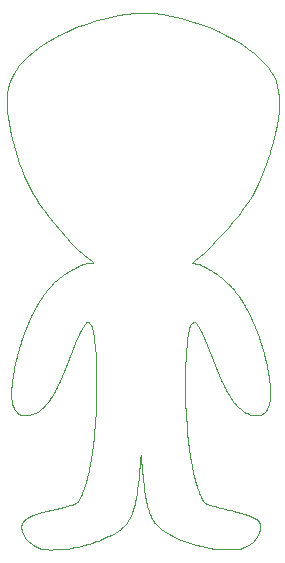
<source format=gbr>
%TF.GenerationSoftware,KiCad,Pcbnew,5.1.10-88a1d61d58~88~ubuntu20.04.1*%
%TF.CreationDate,2021-09-11T09:55:26-04:00*%
%TF.ProjectId,SAO-Alien,53414f2d-416c-4696-956e-2e6b69636164,rev?*%
%TF.SameCoordinates,Original*%
%TF.FileFunction,Profile,NP*%
%FSLAX46Y46*%
G04 Gerber Fmt 4.6, Leading zero omitted, Abs format (unit mm)*
G04 Created by KiCad (PCBNEW 5.1.10-88a1d61d58~88~ubuntu20.04.1) date 2021-09-11 09:55:26*
%MOMM*%
%LPD*%
G01*
G04 APERTURE LIST*
%TA.AperFunction,Profile*%
%ADD10C,0.010000*%
%TD*%
G04 APERTURE END LIST*
D10*
%TO.C,G\u002A\u002A\u002A*%
X132321934Y-64613520D02*
X132593481Y-64619648D01*
X132593481Y-64619648D02*
X132825186Y-64632151D01*
X132825186Y-64632151D02*
X132863373Y-64635258D01*
X132863373Y-64635258D02*
X133636845Y-64725759D01*
X133636845Y-64725759D02*
X134429179Y-64863369D01*
X134429179Y-64863369D02*
X135232656Y-65045406D01*
X135232656Y-65045406D02*
X136039559Y-65269184D01*
X136039559Y-65269184D02*
X136842169Y-65532020D01*
X136842169Y-65532020D02*
X137632768Y-65831228D01*
X137632768Y-65831228D02*
X138403638Y-66164126D01*
X138403638Y-66164126D02*
X139147059Y-66528028D01*
X139147059Y-66528028D02*
X139855314Y-66920251D01*
X139855314Y-66920251D02*
X140393637Y-67254068D01*
X140393637Y-67254068D02*
X140945571Y-67634964D01*
X140945571Y-67634964D02*
X141441993Y-68020739D01*
X141441993Y-68020739D02*
X141883685Y-68412188D01*
X141883685Y-68412188D02*
X142271431Y-68810104D01*
X142271431Y-68810104D02*
X142606014Y-69215282D01*
X142606014Y-69215282D02*
X142888217Y-69628518D01*
X142888217Y-69628518D02*
X143087160Y-69986031D01*
X143087160Y-69986031D02*
X143250126Y-70370254D01*
X143250126Y-70370254D02*
X143375445Y-70795310D01*
X143375445Y-70795310D02*
X143463179Y-71260033D01*
X143463179Y-71260033D02*
X143513387Y-71763254D01*
X143513387Y-71763254D02*
X143526130Y-72303807D01*
X143526130Y-72303807D02*
X143501468Y-72880522D01*
X143501468Y-72880522D02*
X143439463Y-73492233D01*
X143439463Y-73492233D02*
X143340175Y-74137772D01*
X143340175Y-74137772D02*
X143203665Y-74815971D01*
X143203665Y-74815971D02*
X143029993Y-75525663D01*
X143029993Y-75525663D02*
X142819219Y-76265680D01*
X142819219Y-76265680D02*
X142749445Y-76491253D01*
X142749445Y-76491253D02*
X142605772Y-76928656D01*
X142605772Y-76928656D02*
X142447948Y-77374830D01*
X142447948Y-77374830D02*
X142279345Y-77821821D01*
X142279345Y-77821821D02*
X142103336Y-78261675D01*
X142103336Y-78261675D02*
X141923293Y-78686439D01*
X141923293Y-78686439D02*
X141742589Y-79088159D01*
X141742589Y-79088159D02*
X141564596Y-79458881D01*
X141564596Y-79458881D02*
X141392687Y-79790652D01*
X141392687Y-79790652D02*
X141230234Y-80075519D01*
X141230234Y-80075519D02*
X141228286Y-80078734D01*
X141228286Y-80078734D02*
X140899583Y-80594565D01*
X140899583Y-80594565D02*
X140527912Y-81130563D01*
X140527912Y-81130563D02*
X140119631Y-81679451D01*
X140119631Y-81679451D02*
X139681097Y-82233954D01*
X139681097Y-82233954D02*
X139218667Y-82786796D01*
X139218667Y-82786796D02*
X138738700Y-83330702D01*
X138738700Y-83330702D02*
X138247552Y-83858396D01*
X138247552Y-83858396D02*
X137751581Y-84362602D01*
X137751581Y-84362602D02*
X137257144Y-84836045D01*
X137257144Y-84836045D02*
X136770598Y-85271449D01*
X136770598Y-85271449D02*
X136471714Y-85522355D01*
X136471714Y-85522355D02*
X136168065Y-85770328D01*
X136168065Y-85770328D02*
X136328470Y-85789001D01*
X136328470Y-85789001D02*
X136517539Y-85824469D01*
X136517539Y-85824469D02*
X136728438Y-85886355D01*
X136728438Y-85886355D02*
X136937725Y-85967371D01*
X136937725Y-85967371D02*
X137010987Y-86001187D01*
X137010987Y-86001187D02*
X137123917Y-86057563D01*
X137123917Y-86057563D02*
X137261325Y-86128461D01*
X137261325Y-86128461D02*
X137409836Y-86206731D01*
X137409836Y-86206731D02*
X137556075Y-86285220D01*
X137556075Y-86285220D02*
X137686667Y-86356777D01*
X137686667Y-86356777D02*
X137788238Y-86414249D01*
X137788238Y-86414249D02*
X137829431Y-86438839D01*
X137829431Y-86438839D02*
X137902944Y-86483041D01*
X137902944Y-86483041D02*
X137961331Y-86515738D01*
X137961331Y-86515738D02*
X137970542Y-86520366D01*
X137970542Y-86520366D02*
X138111660Y-86598856D01*
X138111660Y-86598856D02*
X138281992Y-86711426D01*
X138281992Y-86711426D02*
X138472526Y-86850630D01*
X138472526Y-86850630D02*
X138674249Y-87009021D01*
X138674249Y-87009021D02*
X138878147Y-87179151D01*
X138878147Y-87179151D02*
X139075208Y-87353574D01*
X139075208Y-87353574D02*
X139256418Y-87524842D01*
X139256418Y-87524842D02*
X139412764Y-87685507D01*
X139412764Y-87685507D02*
X139498689Y-87783000D01*
X139498689Y-87783000D02*
X139565968Y-87862902D01*
X139565968Y-87862902D02*
X139627989Y-87935591D01*
X139627989Y-87935591D02*
X139649765Y-87960712D01*
X139649765Y-87960712D02*
X139703047Y-88023435D01*
X139703047Y-88023435D02*
X139768752Y-88103140D01*
X139768752Y-88103140D02*
X139790876Y-88130483D01*
X139790876Y-88130483D02*
X139857987Y-88213141D01*
X139857987Y-88213141D02*
X139922736Y-88291666D01*
X139922736Y-88291666D02*
X139939212Y-88311346D01*
X139939212Y-88311346D02*
X139987673Y-88377412D01*
X139987673Y-88377412D02*
X140017971Y-88434074D01*
X140017971Y-88434074D02*
X140018725Y-88436309D01*
X140018725Y-88436309D02*
X140042261Y-88477978D01*
X140042261Y-88477978D02*
X140056444Y-88485698D01*
X140056444Y-88485698D02*
X140082409Y-88508182D01*
X140082409Y-88508182D02*
X140120115Y-88564174D01*
X140120115Y-88564174D02*
X140131516Y-88584475D01*
X140131516Y-88584475D02*
X140169128Y-88646939D01*
X140169128Y-88646939D02*
X140197416Y-88681086D01*
X140197416Y-88681086D02*
X140202230Y-88683253D01*
X140202230Y-88683253D02*
X140223338Y-88706514D01*
X140223338Y-88706514D02*
X140255990Y-88765124D01*
X140255990Y-88765124D02*
X140270654Y-88796142D01*
X140270654Y-88796142D02*
X140306363Y-88864687D01*
X140306363Y-88864687D02*
X140336520Y-88904751D01*
X140336520Y-88904751D02*
X140344771Y-88909031D01*
X140344771Y-88909031D02*
X140371603Y-88931677D01*
X140371603Y-88931677D02*
X140407937Y-88987488D01*
X140407937Y-88987488D02*
X140414978Y-89000753D01*
X140414978Y-89000753D02*
X140450649Y-89065065D01*
X140450649Y-89065065D02*
X140477304Y-89104041D01*
X140477304Y-89104041D02*
X140479981Y-89106587D01*
X140479981Y-89106587D02*
X140501287Y-89138933D01*
X140501287Y-89138933D02*
X140534399Y-89204463D01*
X140534399Y-89204463D02*
X140550885Y-89240642D01*
X140550885Y-89240642D02*
X140586041Y-89311652D01*
X140586041Y-89311652D02*
X140614746Y-89354677D01*
X140614746Y-89354677D02*
X140623431Y-89360587D01*
X140623431Y-89360587D02*
X140645442Y-89384004D01*
X140645442Y-89384004D02*
X140678808Y-89443365D01*
X140678808Y-89443365D02*
X140696256Y-89480531D01*
X140696256Y-89480531D02*
X140735585Y-89560810D01*
X140735585Y-89560810D02*
X140771967Y-89621655D01*
X140771967Y-89621655D02*
X140782935Y-89635495D01*
X140782935Y-89635495D02*
X140814032Y-89684980D01*
X140814032Y-89684980D02*
X140845753Y-89759658D01*
X140845753Y-89759658D02*
X140849124Y-89769551D01*
X140849124Y-89769551D02*
X140875341Y-89833981D01*
X140875341Y-89833981D02*
X140898580Y-89867316D01*
X140898580Y-89867316D02*
X140902267Y-89868587D01*
X140902267Y-89868587D02*
X140922398Y-89892799D01*
X140922398Y-89892799D02*
X140952190Y-89954999D01*
X140952190Y-89954999D02*
X140973468Y-90009698D01*
X140973468Y-90009698D02*
X141005375Y-90088499D01*
X141005375Y-90088499D02*
X141032965Y-90139718D01*
X141032965Y-90139718D02*
X141045015Y-90150809D01*
X141045015Y-90150809D02*
X141064498Y-90175258D01*
X141064498Y-90175258D02*
X141093573Y-90238580D01*
X141093573Y-90238580D02*
X141118581Y-90306031D01*
X141118581Y-90306031D02*
X141150215Y-90389395D01*
X141150215Y-90389395D02*
X141177907Y-90445737D01*
X141177907Y-90445737D02*
X141192278Y-90461253D01*
X141192278Y-90461253D02*
X141211311Y-90485861D01*
X141211311Y-90485861D02*
X141238990Y-90549554D01*
X141238990Y-90549554D02*
X141262143Y-90616475D01*
X141262143Y-90616475D02*
X141291415Y-90700050D01*
X141291415Y-90700050D02*
X141316757Y-90756401D01*
X141316757Y-90756401D02*
X141329557Y-90771698D01*
X141329557Y-90771698D02*
X141347783Y-90796125D01*
X141347783Y-90796125D02*
X141375998Y-90859395D01*
X141375998Y-90859395D02*
X141400803Y-90926920D01*
X141400803Y-90926920D02*
X141431987Y-91010243D01*
X141431987Y-91010243D02*
X141458552Y-91066584D01*
X141458552Y-91066584D02*
X141471754Y-91082142D01*
X141471754Y-91082142D02*
X141487671Y-91107169D01*
X141487671Y-91107169D02*
X141511969Y-91172804D01*
X141511969Y-91172804D02*
X141539407Y-91264880D01*
X141539407Y-91264880D02*
X141539599Y-91265587D01*
X141539599Y-91265587D02*
X141567569Y-91357841D01*
X141567569Y-91357841D02*
X141593264Y-91423719D01*
X141593264Y-91423719D02*
X141611143Y-91449030D01*
X141611143Y-91449030D02*
X141611209Y-91449031D01*
X141611209Y-91449031D02*
X141629031Y-91474083D01*
X141629031Y-91474083D02*
X141654698Y-91539779D01*
X141654698Y-91539779D02*
X141682671Y-91631928D01*
X141682671Y-91631928D02*
X141682819Y-91632475D01*
X141682819Y-91632475D02*
X141710318Y-91724691D01*
X141710318Y-91724691D02*
X141734802Y-91790562D01*
X141734802Y-91790562D02*
X141750998Y-91815919D01*
X141750998Y-91815919D02*
X141751069Y-91815920D01*
X141751069Y-91815920D02*
X141766650Y-91841089D01*
X141766650Y-91841089D02*
X141790481Y-91907462D01*
X141790481Y-91907462D02*
X141817718Y-92001339D01*
X141817718Y-92001339D02*
X141820901Y-92013475D01*
X141820901Y-92013475D02*
X141848423Y-92109689D01*
X141848423Y-92109689D02*
X141873425Y-92179988D01*
X141873425Y-92179988D02*
X141890954Y-92210663D01*
X141890954Y-92210663D02*
X141892280Y-92211031D01*
X141892280Y-92211031D02*
X141907363Y-92236502D01*
X141907363Y-92236502D02*
X141929860Y-92304290D01*
X141929860Y-92304290D02*
X141955664Y-92401455D01*
X141955664Y-92401455D02*
X141963987Y-92436809D01*
X141963987Y-92436809D02*
X141989848Y-92540660D01*
X141989848Y-92540660D02*
X142013509Y-92619301D01*
X142013509Y-92619301D02*
X142030929Y-92659797D01*
X142030929Y-92659797D02*
X142034542Y-92662587D01*
X142034542Y-92662587D02*
X142049093Y-92688052D01*
X142049093Y-92688052D02*
X142071186Y-92755826D01*
X142071186Y-92755826D02*
X142096780Y-92852974D01*
X142096780Y-92852974D02*
X142105098Y-92888364D01*
X142105098Y-92888364D02*
X142130935Y-92992214D01*
X142130935Y-92992214D02*
X142154533Y-93070854D01*
X142154533Y-93070854D02*
X142171864Y-93111351D01*
X142171864Y-93111351D02*
X142175446Y-93114142D01*
X142175446Y-93114142D02*
X142188526Y-93139918D01*
X142188526Y-93139918D02*
X142208471Y-93209271D01*
X142208471Y-93209271D02*
X142232090Y-93310232D01*
X142232090Y-93310232D02*
X142246943Y-93382253D01*
X142246943Y-93382253D02*
X142271235Y-93496625D01*
X142271235Y-93496625D02*
X142293797Y-93586688D01*
X142293797Y-93586688D02*
X142311439Y-93640477D01*
X142311439Y-93640477D02*
X142318424Y-93650364D01*
X142318424Y-93650364D02*
X142330536Y-93676335D01*
X142330536Y-93676335D02*
X142348733Y-93746617D01*
X142348733Y-93746617D02*
X142370328Y-93849759D01*
X142370328Y-93849759D02*
X142387981Y-93946698D01*
X142387981Y-93946698D02*
X142410431Y-94067676D01*
X142410431Y-94067676D02*
X142431718Y-94164812D01*
X142431718Y-94164812D02*
X142449124Y-94226656D01*
X142449124Y-94226656D02*
X142458326Y-94243031D01*
X142458326Y-94243031D02*
X142469390Y-94269273D01*
X142469390Y-94269273D02*
X142485722Y-94341034D01*
X142485722Y-94341034D02*
X142505260Y-94447866D01*
X142505260Y-94447866D02*
X142525942Y-94579322D01*
X142525942Y-94579322D02*
X142529351Y-94602864D01*
X142529351Y-94602864D02*
X142550102Y-94738980D01*
X142550102Y-94738980D02*
X142570018Y-94853767D01*
X142570018Y-94853767D02*
X142587016Y-94936227D01*
X142587016Y-94936227D02*
X142599009Y-94975363D01*
X142599009Y-94975363D02*
X142600237Y-94976809D01*
X142600237Y-94976809D02*
X142610494Y-95008390D01*
X142610494Y-95008390D02*
X142625005Y-95084057D01*
X142625005Y-95084057D02*
X142642161Y-95191758D01*
X142642161Y-95191758D02*
X142660354Y-95319438D01*
X142660354Y-95319438D02*
X142677976Y-95455045D01*
X142677976Y-95455045D02*
X142693418Y-95586526D01*
X142693418Y-95586526D02*
X142705072Y-95701827D01*
X142705072Y-95701827D02*
X142711329Y-95788896D01*
X142711329Y-95788896D02*
X142711961Y-95814068D01*
X142711961Y-95814068D02*
X142720447Y-95878966D01*
X142720447Y-95878966D02*
X142741093Y-95913120D01*
X142741093Y-95913120D02*
X142742179Y-95913540D01*
X142742179Y-95913540D02*
X142754081Y-95946110D01*
X142754081Y-95946110D02*
X142763462Y-96035007D01*
X142763462Y-96035007D02*
X142770320Y-96180168D01*
X142770320Y-96180168D02*
X142774651Y-96381532D01*
X142774651Y-96381532D02*
X142776038Y-96529725D01*
X142776038Y-96529725D02*
X142777143Y-96780074D01*
X142777143Y-96780074D02*
X142777050Y-96980281D01*
X142777050Y-96980281D02*
X142775528Y-97136643D01*
X142775528Y-97136643D02*
X142772348Y-97255452D01*
X142772348Y-97255452D02*
X142767279Y-97343005D01*
X142767279Y-97343005D02*
X142760091Y-97405596D01*
X142760091Y-97405596D02*
X142750555Y-97449519D01*
X142750555Y-97449519D02*
X142741514Y-97474475D01*
X142741514Y-97474475D02*
X142723562Y-97531174D01*
X142723562Y-97531174D02*
X142701707Y-97622453D01*
X142701707Y-97622453D02*
X142683357Y-97714364D01*
X142683357Y-97714364D02*
X142662940Y-97812773D01*
X142662940Y-97812773D02*
X142642269Y-97889551D01*
X142642269Y-97889551D02*
X142626956Y-97926031D01*
X142626956Y-97926031D02*
X142603590Y-97967431D01*
X142603590Y-97967431D02*
X142601765Y-97975612D01*
X142601765Y-97975612D02*
X142588775Y-98010984D01*
X142588775Y-98010984D02*
X142557610Y-98078788D01*
X142557610Y-98078788D02*
X142531257Y-98132122D01*
X142531257Y-98132122D02*
X142418272Y-98302041D01*
X142418272Y-98302041D02*
X142266839Y-98453791D01*
X142266839Y-98453791D02*
X142094950Y-98569946D01*
X142094950Y-98569946D02*
X142062765Y-98585945D01*
X142062765Y-98585945D02*
X141992026Y-98616817D01*
X141992026Y-98616817D02*
X141926965Y-98637432D01*
X141926965Y-98637432D02*
X141853549Y-98649761D01*
X141853549Y-98649761D02*
X141757746Y-98655777D01*
X141757746Y-98655777D02*
X141625523Y-98657451D01*
X141625523Y-98657451D02*
X141554765Y-98657330D01*
X141554765Y-98657330D02*
X141375265Y-98653926D01*
X141375265Y-98653926D02*
X141233248Y-98642502D01*
X141233248Y-98642502D02*
X141109885Y-98618926D01*
X141109885Y-98618926D02*
X140986350Y-98579068D01*
X140986350Y-98579068D02*
X140843813Y-98518797D01*
X140843813Y-98518797D02*
X140772101Y-98485628D01*
X140772101Y-98485628D02*
X140539817Y-98355039D01*
X140539817Y-98355039D02*
X140303368Y-98182931D01*
X140303368Y-98182931D02*
X140076893Y-97981178D01*
X140076893Y-97981178D02*
X139874534Y-97761654D01*
X139874534Y-97761654D02*
X139804987Y-97673498D01*
X139804987Y-97673498D02*
X139742321Y-97592204D01*
X139742321Y-97592204D02*
X139686544Y-97523525D01*
X139686544Y-97523525D02*
X139660647Y-97494082D01*
X139660647Y-97494082D02*
X139611492Y-97430720D01*
X139611492Y-97430720D02*
X139579219Y-97377475D01*
X139579219Y-97377475D02*
X139543030Y-97314779D01*
X139543030Y-97314779D02*
X139517738Y-97278697D01*
X139517738Y-97278697D02*
X139479570Y-97226642D01*
X139479570Y-97226642D02*
X139427208Y-97146487D01*
X139427208Y-97146487D02*
X139370924Y-97055104D01*
X139370924Y-97055104D02*
X139320990Y-96969365D01*
X139320990Y-96969365D02*
X139287679Y-96906141D01*
X139287679Y-96906141D02*
X139280904Y-96889708D01*
X139280904Y-96889708D02*
X139257431Y-96847547D01*
X139257431Y-96847547D02*
X139242927Y-96839475D01*
X139242927Y-96839475D02*
X139219032Y-96816146D01*
X139219032Y-96816146D02*
X139184713Y-96757383D01*
X139184713Y-96757383D02*
X139169987Y-96726587D01*
X139169987Y-96726587D02*
X139135474Y-96658150D01*
X139135474Y-96658150D02*
X139108191Y-96618055D01*
X139108191Y-96618055D02*
X139101358Y-96613698D01*
X139101358Y-96613698D02*
X139082198Y-96589715D01*
X139082198Y-96589715D02*
X139051832Y-96528048D01*
X139051832Y-96528048D02*
X139028876Y-96472587D01*
X139028876Y-96472587D02*
X138995160Y-96394106D01*
X138995160Y-96394106D02*
X138966894Y-96342873D01*
X138966894Y-96342873D02*
X138954942Y-96331475D01*
X138954942Y-96331475D02*
X138935536Y-96307277D01*
X138935536Y-96307277D02*
X138906220Y-96245109D01*
X138906220Y-96245109D02*
X138885024Y-96190364D01*
X138885024Y-96190364D02*
X138853607Y-96111606D01*
X138853607Y-96111606D02*
X138827233Y-96060385D01*
X138827233Y-96060385D02*
X138816218Y-96049253D01*
X138816218Y-96049253D02*
X138798220Y-96024830D01*
X138798220Y-96024830D02*
X138770161Y-95961569D01*
X138770161Y-95961569D02*
X138745393Y-95894031D01*
X138745393Y-95894031D02*
X138713759Y-95810667D01*
X138713759Y-95810667D02*
X138686067Y-95754325D01*
X138686067Y-95754325D02*
X138671696Y-95738809D01*
X138671696Y-95738809D02*
X138652662Y-95714201D01*
X138652662Y-95714201D02*
X138624984Y-95650508D01*
X138624984Y-95650508D02*
X138601831Y-95583587D01*
X138601831Y-95583587D02*
X138572539Y-95500010D01*
X138572539Y-95500010D02*
X138547150Y-95443659D01*
X138547150Y-95443659D02*
X138534301Y-95428364D01*
X138534301Y-95428364D02*
X138517152Y-95403607D01*
X138517152Y-95403607D02*
X138490884Y-95339058D01*
X138490884Y-95339058D02*
X138464431Y-95259031D01*
X138464431Y-95259031D02*
X138434999Y-95171138D01*
X138434999Y-95171138D02*
X138409112Y-95109923D01*
X138409112Y-95109923D02*
X138393876Y-95089698D01*
X138393876Y-95089698D02*
X138376368Y-95064935D01*
X138376368Y-95064935D02*
X138349848Y-95000373D01*
X138349848Y-95000373D02*
X138323320Y-94920364D01*
X138323320Y-94920364D02*
X138293888Y-94832472D01*
X138293888Y-94832472D02*
X138268001Y-94771256D01*
X138268001Y-94771256D02*
X138252765Y-94751031D01*
X138252765Y-94751031D02*
X138235535Y-94726194D01*
X138235535Y-94726194D02*
X138209250Y-94661228D01*
X138209250Y-94661228D02*
X138180979Y-94574642D01*
X138180979Y-94574642D02*
X138151381Y-94482004D01*
X138151381Y-94482004D02*
X138125577Y-94413085D01*
X138125577Y-94413085D02*
X138110117Y-94384142D01*
X138110117Y-94384142D02*
X138092020Y-94351540D01*
X138092020Y-94351540D02*
X138064300Y-94281911D01*
X138064300Y-94281911D02*
X138041098Y-94214809D01*
X138041098Y-94214809D02*
X138010686Y-94128398D01*
X138010686Y-94128398D02*
X137984660Y-94066164D01*
X137984660Y-94066164D02*
X137972079Y-94045475D01*
X137972079Y-94045475D02*
X137955137Y-94012999D01*
X137955137Y-94012999D02*
X137928898Y-93942009D01*
X137928898Y-93942009D02*
X137901217Y-93854975D01*
X137901217Y-93854975D02*
X137872047Y-93765033D01*
X137872047Y-93765033D02*
X137846857Y-93701485D01*
X137846857Y-93701485D02*
X137831666Y-93678587D01*
X137831666Y-93678587D02*
X137815971Y-93653658D01*
X137815971Y-93653658D02*
X137791122Y-93588258D01*
X137791122Y-93588258D02*
X137762460Y-93496470D01*
X137762460Y-93496470D02*
X137762079Y-93495142D01*
X137762079Y-93495142D02*
X137732914Y-93403056D01*
X137732914Y-93403056D02*
X137706729Y-93337208D01*
X137706729Y-93337208D02*
X137689141Y-93311701D01*
X137689141Y-93311701D02*
X137689009Y-93311698D01*
X137689009Y-93311698D02*
X137671906Y-93286655D01*
X137671906Y-93286655D02*
X137646755Y-93220982D01*
X137646755Y-93220982D02*
X137618984Y-93128860D01*
X137618984Y-93128860D02*
X137618819Y-93128253D01*
X137618819Y-93128253D02*
X137591036Y-93036014D01*
X137591036Y-93036014D02*
X137565823Y-92970139D01*
X137565823Y-92970139D02*
X137548611Y-92944810D01*
X137548611Y-92944810D02*
X137548543Y-92944809D01*
X137548543Y-92944809D02*
X137530338Y-92920035D01*
X137530338Y-92920035D02*
X137503328Y-92855448D01*
X137503328Y-92855448D02*
X137476654Y-92775475D01*
X137476654Y-92775475D02*
X137447353Y-92687594D01*
X137447353Y-92687594D02*
X137421801Y-92626380D01*
X137421801Y-92626380D02*
X137406971Y-92606142D01*
X137406971Y-92606142D02*
X137389990Y-92581366D01*
X137389990Y-92581366D02*
X137363985Y-92516775D01*
X137363985Y-92516775D02*
X137337835Y-92436809D01*
X137337835Y-92436809D02*
X137308460Y-92348866D01*
X137308460Y-92348866D02*
X137282218Y-92287645D01*
X137282218Y-92287645D02*
X137266406Y-92267475D01*
X137266406Y-92267475D02*
X137248156Y-92242701D01*
X137248156Y-92242701D02*
X137221115Y-92178112D01*
X137221115Y-92178112D02*
X137194431Y-92098142D01*
X137194431Y-92098142D02*
X137165166Y-92010264D01*
X137165166Y-92010264D02*
X137139704Y-91949050D01*
X137139704Y-91949050D02*
X137124983Y-91928809D01*
X137124983Y-91928809D02*
X137106138Y-91904621D01*
X137106138Y-91904621D02*
X137077193Y-91842478D01*
X137077193Y-91842478D02*
X137056061Y-91787698D01*
X137056061Y-91787698D02*
X137024331Y-91708912D01*
X137024331Y-91708912D02*
X136997182Y-91657692D01*
X136997182Y-91657692D02*
X136985505Y-91646586D01*
X136985505Y-91646586D02*
X136965739Y-91622381D01*
X136965739Y-91622381D02*
X136936187Y-91560197D01*
X136936187Y-91560197D02*
X136914950Y-91505475D01*
X136914950Y-91505475D02*
X136882990Y-91426669D01*
X136882990Y-91426669D02*
X136855268Y-91375450D01*
X136855268Y-91375450D02*
X136843105Y-91364364D01*
X136843105Y-91364364D02*
X136819787Y-91341049D01*
X136819787Y-91341049D02*
X136785811Y-91282317D01*
X136785811Y-91282317D02*
X136771098Y-91251475D01*
X136771098Y-91251475D02*
X136735645Y-91182954D01*
X136735645Y-91182954D02*
X136706106Y-91142883D01*
X136706106Y-91142883D02*
X136698158Y-91138587D01*
X136698158Y-91138587D02*
X136673421Y-91115243D01*
X136673421Y-91115243D02*
X136656835Y-91077812D01*
X136656835Y-91077812D02*
X136629254Y-91031266D01*
X136629254Y-91031266D02*
X136574989Y-90964087D01*
X136574989Y-90964087D02*
X136506302Y-90889002D01*
X136506302Y-90889002D02*
X136435451Y-90818739D01*
X136435451Y-90818739D02*
X136374698Y-90766024D01*
X136374698Y-90766024D02*
X136336301Y-90743584D01*
X136336301Y-90743584D02*
X136334759Y-90743475D01*
X136334759Y-90743475D02*
X136292848Y-90764799D01*
X136292848Y-90764799D02*
X136231263Y-90819963D01*
X136231263Y-90819963D02*
X136161509Y-90895759D01*
X136161509Y-90895759D02*
X136095091Y-90978975D01*
X136095091Y-90978975D02*
X136043517Y-91056403D01*
X136043517Y-91056403D02*
X136021289Y-91103367D01*
X136021289Y-91103367D02*
X135993593Y-91174905D01*
X135993593Y-91174905D02*
X135968031Y-91220024D01*
X135968031Y-91220024D02*
X135963112Y-91224649D01*
X135963112Y-91224649D02*
X135948972Y-91257316D01*
X135948972Y-91257316D02*
X135929302Y-91333485D01*
X135929302Y-91333485D02*
X135906996Y-91440843D01*
X135906996Y-91440843D02*
X135890165Y-91535093D01*
X135890165Y-91535093D02*
X135868405Y-91657618D01*
X135868405Y-91657618D02*
X135848115Y-91758090D01*
X135848115Y-91758090D02*
X135831913Y-91824286D01*
X135831913Y-91824286D02*
X135823955Y-91844142D01*
X135823955Y-91844142D02*
X135813630Y-91877817D01*
X135813630Y-91877817D02*
X135800355Y-91958437D01*
X135800355Y-91958437D02*
X135785146Y-92076642D01*
X135785146Y-92076642D02*
X135769018Y-92223075D01*
X135769018Y-92223075D02*
X135752987Y-92388374D01*
X135752987Y-92388374D02*
X135738070Y-92563181D01*
X135738070Y-92563181D02*
X135725282Y-92738135D01*
X135725282Y-92738135D02*
X135722870Y-92775475D01*
X135722870Y-92775475D02*
X135713380Y-92898921D01*
X135713380Y-92898921D02*
X135702358Y-93000026D01*
X135702358Y-93000026D02*
X135691353Y-93066401D01*
X135691353Y-93066401D02*
X135684068Y-93085920D01*
X135684068Y-93085920D02*
X135674707Y-93119791D01*
X135674707Y-93119791D02*
X135665284Y-93205030D01*
X135665284Y-93205030D02*
X135655946Y-93336560D01*
X135655946Y-93336560D02*
X135646839Y-93509304D01*
X135646839Y-93509304D02*
X135638110Y-93718186D01*
X135638110Y-93718186D02*
X135629907Y-93958130D01*
X135629907Y-93958130D02*
X135622376Y-94224058D01*
X135622376Y-94224058D02*
X135615664Y-94510895D01*
X135615664Y-94510895D02*
X135609919Y-94813564D01*
X135609919Y-94813564D02*
X135605287Y-95126987D01*
X135605287Y-95126987D02*
X135601915Y-95446090D01*
X135601915Y-95446090D02*
X135599951Y-95765795D01*
X135599951Y-95765795D02*
X135599490Y-96006920D01*
X135599490Y-96006920D02*
X135600302Y-96335524D01*
X135600302Y-96335524D02*
X135602611Y-96666724D01*
X135602611Y-96666724D02*
X135606277Y-96995661D01*
X135606277Y-96995661D02*
X135611160Y-97317475D01*
X135611160Y-97317475D02*
X135617120Y-97627306D01*
X135617120Y-97627306D02*
X135624018Y-97920294D01*
X135624018Y-97920294D02*
X135631714Y-98191580D01*
X135631714Y-98191580D02*
X135640068Y-98436303D01*
X135640068Y-98436303D02*
X135648940Y-98649605D01*
X135648940Y-98649605D02*
X135658191Y-98826624D01*
X135658191Y-98826624D02*
X135667681Y-98962501D01*
X135667681Y-98962501D02*
X135677270Y-99052376D01*
X135677270Y-99052376D02*
X135686818Y-99091389D01*
X135686818Y-99091389D02*
X135688226Y-99092549D01*
X135688226Y-99092549D02*
X135702634Y-99123778D01*
X135702634Y-99123778D02*
X135711179Y-99192227D01*
X135711179Y-99192227D02*
X135712238Y-99233661D01*
X135712238Y-99233661D02*
X135714049Y-99315911D01*
X135714049Y-99315911D02*
X135719519Y-99435687D01*
X135719519Y-99435687D02*
X135727973Y-99584039D01*
X135727973Y-99584039D02*
X135738739Y-99752019D01*
X135738739Y-99752019D02*
X135751143Y-99930677D01*
X135751143Y-99930677D02*
X135764511Y-100111063D01*
X135764511Y-100111063D02*
X135778171Y-100284230D01*
X135778171Y-100284230D02*
X135791449Y-100441227D01*
X135791449Y-100441227D02*
X135803671Y-100573106D01*
X135803671Y-100573106D02*
X135814165Y-100670917D01*
X135814165Y-100670917D02*
X135822257Y-100725712D01*
X135822257Y-100725712D02*
X135825136Y-100734142D01*
X135825136Y-100734142D02*
X135833525Y-100765371D01*
X135833525Y-100765371D02*
X135845709Y-100843906D01*
X135845709Y-100843906D02*
X135860560Y-100960823D01*
X135860560Y-100960823D02*
X135876949Y-101107198D01*
X135876949Y-101107198D02*
X135893747Y-101274107D01*
X135893747Y-101274107D02*
X135894734Y-101284475D01*
X135894734Y-101284475D02*
X135911567Y-101452326D01*
X135911567Y-101452326D02*
X135928139Y-101600172D01*
X135928139Y-101600172D02*
X135943308Y-101719088D01*
X135943308Y-101719088D02*
X135955928Y-101800152D01*
X135955928Y-101800152D02*
X135964857Y-101834437D01*
X135964857Y-101834437D02*
X135965246Y-101834809D01*
X135965246Y-101834809D02*
X135975274Y-101866356D01*
X135975274Y-101866356D02*
X135989844Y-101943908D01*
X135989844Y-101943908D02*
X136007337Y-102057360D01*
X136007337Y-102057360D02*
X136026130Y-102196612D01*
X136026130Y-102196612D02*
X136035448Y-102272253D01*
X136035448Y-102272253D02*
X136054277Y-102420564D01*
X136054277Y-102420564D02*
X136072599Y-102548095D01*
X136072599Y-102548095D02*
X136088796Y-102644744D01*
X136088796Y-102644744D02*
X136101247Y-102700408D01*
X136101247Y-102700408D02*
X136105540Y-102709698D01*
X136105540Y-102709698D02*
X136117132Y-102741531D01*
X136117132Y-102741531D02*
X136134350Y-102817900D01*
X136134350Y-102817900D02*
X136154892Y-102927452D01*
X136154892Y-102927452D02*
X136176459Y-103058838D01*
X136176459Y-103058838D02*
X136177018Y-103062475D01*
X136177018Y-103062475D02*
X136198526Y-103194277D01*
X136198526Y-103194277D02*
X136218975Y-103304545D01*
X136218975Y-103304545D02*
X136236088Y-103381930D01*
X136236088Y-103381930D02*
X136247588Y-103415081D01*
X136247588Y-103415081D02*
X136247795Y-103415253D01*
X136247795Y-103415253D02*
X136260346Y-103447280D01*
X136260346Y-103447280D02*
X136279372Y-103522648D01*
X136279372Y-103522648D02*
X136301982Y-103629037D01*
X136301982Y-103629037D02*
X136318986Y-103718642D01*
X136318986Y-103718642D02*
X136342197Y-103837963D01*
X136342197Y-103837963D02*
X136363839Y-103933351D01*
X136363839Y-103933351D02*
X136381098Y-103993245D01*
X136381098Y-103993245D02*
X136389436Y-104007920D01*
X136389436Y-104007920D02*
X136402566Y-104033615D01*
X136402566Y-104033615D02*
X136422714Y-104102517D01*
X136422714Y-104102517D02*
X136446512Y-104202353D01*
X136446512Y-104202353D02*
X136459110Y-104261920D01*
X136459110Y-104261920D02*
X136483538Y-104372919D01*
X136483538Y-104372919D02*
X136506157Y-104459312D01*
X136506157Y-104459312D02*
X136523570Y-104508824D01*
X136523570Y-104508824D02*
X136529401Y-104515920D01*
X136529401Y-104515920D02*
X136544551Y-104541215D01*
X136544551Y-104541215D02*
X136567838Y-104608250D01*
X136567838Y-104608250D02*
X136594782Y-104703748D01*
X136594782Y-104703748D02*
X136600837Y-104727587D01*
X136600837Y-104727587D02*
X136628057Y-104827628D01*
X136628057Y-104827628D02*
X136652733Y-104902163D01*
X136652733Y-104902163D02*
X136670348Y-104937912D01*
X136670348Y-104937912D02*
X136672855Y-104939253D01*
X136672855Y-104939253D02*
X136689339Y-104964288D01*
X136689339Y-104964288D02*
X136714045Y-105029941D01*
X136714045Y-105029941D02*
X136741642Y-105122039D01*
X136741642Y-105122039D02*
X136741821Y-105122698D01*
X136741821Y-105122698D02*
X136769411Y-105214921D01*
X136769411Y-105214921D02*
X136794129Y-105280793D01*
X136794129Y-105280793D02*
X136810651Y-105306141D01*
X136810651Y-105306141D02*
X136810721Y-105306142D01*
X136810721Y-105306142D02*
X136829358Y-105330577D01*
X136829358Y-105330577D02*
X136857855Y-105393864D01*
X136857855Y-105393864D02*
X136882726Y-105461364D01*
X136882726Y-105461364D02*
X136914175Y-105544711D01*
X136914175Y-105544711D02*
X136941402Y-105601053D01*
X136941402Y-105601053D02*
X136955292Y-105616587D01*
X136955292Y-105616587D02*
X136975970Y-105640521D01*
X136975970Y-105640521D02*
X137006367Y-105701424D01*
X137006367Y-105701424D02*
X137023598Y-105743587D01*
X137023598Y-105743587D02*
X137056785Y-105817671D01*
X137056785Y-105817671D02*
X137086711Y-105863434D01*
X137086711Y-105863434D02*
X137097988Y-105870587D01*
X137097988Y-105870587D02*
X137121327Y-105893309D01*
X137121327Y-105893309D02*
X137123876Y-105910548D01*
X137123876Y-105910548D02*
X137148704Y-105959616D01*
X137148704Y-105959616D02*
X137216457Y-106021060D01*
X137216457Y-106021060D02*
X137317039Y-106087899D01*
X137317039Y-106087899D02*
X137440353Y-106153153D01*
X137440353Y-106153153D02*
X137533098Y-106193479D01*
X137533098Y-106193479D02*
X137650076Y-106238804D01*
X137650076Y-106238804D02*
X137761238Y-106279012D01*
X137761238Y-106279012D02*
X137875779Y-106316771D01*
X137875779Y-106316771D02*
X138002894Y-106354753D01*
X138002894Y-106354753D02*
X138151776Y-106395629D01*
X138151776Y-106395629D02*
X138331621Y-106442070D01*
X138331621Y-106442070D02*
X138551622Y-106496745D01*
X138551622Y-106496745D02*
X138711588Y-106535797D01*
X138711588Y-106535797D02*
X138943251Y-106592127D01*
X138943251Y-106592127D02*
X139200326Y-106654681D01*
X139200326Y-106654681D02*
X139463213Y-106718686D01*
X139463213Y-106718686D02*
X139712314Y-106779371D01*
X139712314Y-106779371D02*
X139928029Y-106831964D01*
X139928029Y-106831964D02*
X139946098Y-106836372D01*
X139946098Y-106836372D02*
X140307365Y-106927857D01*
X140307365Y-106927857D02*
X140617765Y-107014067D01*
X140617765Y-107014067D02*
X140882415Y-107096914D01*
X140882415Y-107096914D02*
X141106432Y-107178308D01*
X141106432Y-107178308D02*
X141294936Y-107260162D01*
X141294936Y-107260162D02*
X141453042Y-107344386D01*
X141453042Y-107344386D02*
X141585869Y-107432894D01*
X141585869Y-107432894D02*
X141625320Y-107463604D01*
X141625320Y-107463604D02*
X141724661Y-107546847D01*
X141724661Y-107546847D02*
X141788181Y-107609363D01*
X141788181Y-107609363D02*
X141826006Y-107663207D01*
X141826006Y-107663207D02*
X141848264Y-107720433D01*
X141848264Y-107720433D02*
X141851643Y-107732970D01*
X141851643Y-107732970D02*
X141877479Y-107794387D01*
X141877479Y-107794387D02*
X141902724Y-107823665D01*
X141902724Y-107823665D02*
X141916699Y-107859239D01*
X141916699Y-107859239D02*
X141926730Y-107936573D01*
X141926730Y-107936573D02*
X141932758Y-108041117D01*
X141932758Y-108041117D02*
X141934722Y-108158320D01*
X141934722Y-108158320D02*
X141932562Y-108273632D01*
X141932562Y-108273632D02*
X141926218Y-108372502D01*
X141926218Y-108372502D02*
X141915628Y-108440379D01*
X141915628Y-108440379D02*
X141905369Y-108461873D01*
X141905369Y-108461873D02*
X141882794Y-108497523D01*
X141882794Y-108497523D02*
X141852519Y-108570202D01*
X141852519Y-108570202D02*
X141827720Y-108643420D01*
X141827720Y-108643420D02*
X141798041Y-108729211D01*
X141798041Y-108729211D02*
X141771549Y-108788029D01*
X141771549Y-108788029D02*
X141756548Y-108805698D01*
X141756548Y-108805698D02*
X141734024Y-108829432D01*
X141734024Y-108829432D02*
X141705932Y-108887809D01*
X141705932Y-108887809D02*
X141701197Y-108900385D01*
X141701197Y-108900385D02*
X141675837Y-108960177D01*
X141675837Y-108960177D02*
X141640429Y-109020255D01*
X141640429Y-109020255D02*
X141588234Y-109089043D01*
X141588234Y-109089043D02*
X141512511Y-109174963D01*
X141512511Y-109174963D02*
X141406521Y-109286438D01*
X141406521Y-109286438D02*
X141328354Y-109366293D01*
X141328354Y-109366293D02*
X141096306Y-109573227D01*
X141096306Y-109573227D02*
X140846187Y-109737994D01*
X140846187Y-109737994D02*
X140567900Y-109865958D01*
X140567900Y-109865958D02*
X140251350Y-109962485D01*
X140251350Y-109962485D02*
X140171876Y-109980845D01*
X140171876Y-109980845D02*
X140042464Y-110001104D01*
X140042464Y-110001104D02*
X139867415Y-110016754D01*
X139867415Y-110016754D02*
X139657349Y-110027789D01*
X139657349Y-110027789D02*
X139422885Y-110034202D01*
X139422885Y-110034202D02*
X139174643Y-110035988D01*
X139174643Y-110035988D02*
X138923241Y-110033140D01*
X138923241Y-110033140D02*
X138679300Y-110025651D01*
X138679300Y-110025651D02*
X138453438Y-110013516D01*
X138453438Y-110013516D02*
X138256276Y-109996729D01*
X138256276Y-109996729D02*
X138139876Y-109982034D01*
X138139876Y-109982034D02*
X137582448Y-109886236D01*
X137582448Y-109886236D02*
X137034225Y-109768955D01*
X137034225Y-109768955D02*
X136499774Y-109632043D01*
X136499774Y-109632043D02*
X135983658Y-109477352D01*
X135983658Y-109477352D02*
X135490446Y-109306735D01*
X135490446Y-109306735D02*
X135024701Y-109122042D01*
X135024701Y-109122042D02*
X134590989Y-108925127D01*
X134590989Y-108925127D02*
X134193877Y-108717841D01*
X134193877Y-108717841D02*
X133837930Y-108502036D01*
X133837930Y-108502036D02*
X133527714Y-108279565D01*
X133527714Y-108279565D02*
X133267794Y-108052279D01*
X133267794Y-108052279D02*
X133192555Y-107975161D01*
X133192555Y-107975161D02*
X133098576Y-107873918D01*
X133098576Y-107873918D02*
X133035342Y-107803697D01*
X133035342Y-107803697D02*
X132994798Y-107754527D01*
X132994798Y-107754527D02*
X132968890Y-107716435D01*
X132968890Y-107716435D02*
X132949565Y-107679447D01*
X132949565Y-107679447D02*
X132943971Y-107667348D01*
X132943971Y-107667348D02*
X132913593Y-107613569D01*
X132913593Y-107613569D02*
X132890299Y-107592142D01*
X132890299Y-107592142D02*
X132868434Y-107568728D01*
X132868434Y-107568728D02*
X132835159Y-107509375D01*
X132835159Y-107509375D02*
X132817717Y-107472198D01*
X132817717Y-107472198D02*
X132778908Y-107392520D01*
X132778908Y-107392520D02*
X132743638Y-107332768D01*
X132743638Y-107332768D02*
X132733075Y-107319270D01*
X132733075Y-107319270D02*
X132706915Y-107273469D01*
X132706915Y-107273469D02*
X132677282Y-107195969D01*
X132677282Y-107195969D02*
X132665407Y-107156992D01*
X132665407Y-107156992D02*
X132640461Y-107081364D01*
X132640461Y-107081364D02*
X132617839Y-107034809D01*
X132617839Y-107034809D02*
X132609376Y-107027698D01*
X132609376Y-107027698D02*
X132593703Y-107002396D01*
X132593703Y-107002396D02*
X132570023Y-106935347D01*
X132570023Y-106935347D02*
X132542889Y-106839830D01*
X132542889Y-106839830D02*
X132536837Y-106816031D01*
X132536837Y-106816031D02*
X132509658Y-106715993D01*
X132509658Y-106715993D02*
X132485089Y-106641459D01*
X132485089Y-106641459D02*
X132467626Y-106605707D01*
X132467626Y-106605707D02*
X132465155Y-106604364D01*
X132465155Y-106604364D02*
X132451451Y-106578711D01*
X132451451Y-106578711D02*
X132430746Y-106510042D01*
X132430746Y-106510042D02*
X132406572Y-106410796D01*
X132406572Y-106410796D02*
X132395076Y-106357420D01*
X132395076Y-106357420D02*
X132370277Y-106246047D01*
X132370277Y-106246047D02*
X132347240Y-106157339D01*
X132347240Y-106157339D02*
X132329590Y-106104694D01*
X132329590Y-106104694D02*
X132324409Y-106096364D01*
X132324409Y-106096364D02*
X132313168Y-106064576D01*
X132313168Y-106064576D02*
X132296585Y-105987956D01*
X132296585Y-105987956D02*
X132276802Y-105877622D01*
X132276802Y-105877622D02*
X132255959Y-105744687D01*
X132255959Y-105744687D02*
X132253738Y-105729475D01*
X132253738Y-105729475D02*
X132232958Y-105594772D01*
X132232958Y-105594772D02*
X132213091Y-105481469D01*
X132213091Y-105481469D02*
X132196257Y-105400681D01*
X132196257Y-105400681D02*
X132184579Y-105363521D01*
X132184579Y-105363521D02*
X132183717Y-105362587D01*
X132183717Y-105362587D02*
X132174378Y-105331204D01*
X132174378Y-105331204D02*
X132161131Y-105254976D01*
X132161131Y-105254976D02*
X132145322Y-105145256D01*
X132145322Y-105145256D02*
X132128298Y-105013398D01*
X132128298Y-105013398D02*
X132111406Y-104870755D01*
X132111406Y-104870755D02*
X132095994Y-104728680D01*
X132095994Y-104728680D02*
X132083409Y-104598528D01*
X132083409Y-104598528D02*
X132074997Y-104491652D01*
X132074997Y-104491652D02*
X132072098Y-104421835D01*
X132072098Y-104421835D02*
X132065638Y-104353569D01*
X132065638Y-104353569D02*
X132049796Y-104315398D01*
X132049796Y-104315398D02*
X132046896Y-104313661D01*
X132046896Y-104313661D02*
X132038393Y-104284140D01*
X132038393Y-104284140D02*
X132027224Y-104205685D01*
X132027224Y-104205685D02*
X132014129Y-104085702D01*
X132014129Y-104085702D02*
X131999847Y-103931599D01*
X131999847Y-103931599D02*
X131985118Y-103750783D01*
X131985118Y-103750783D02*
X131970680Y-103550660D01*
X131970680Y-103550660D02*
X131970589Y-103549309D01*
X131970589Y-103549309D02*
X131956387Y-103349695D01*
X131956387Y-103349695D02*
X131942272Y-103169885D01*
X131942272Y-103169885D02*
X131928924Y-103017163D01*
X131928924Y-103017163D02*
X131917020Y-102898814D01*
X131917020Y-102898814D02*
X131907242Y-102822122D01*
X131907242Y-102822122D02*
X131900267Y-102794371D01*
X131900267Y-102794371D02*
X131900186Y-102794364D01*
X131900186Y-102794364D02*
X131891892Y-102767844D01*
X131891892Y-102767844D02*
X131882299Y-102694993D01*
X131882299Y-102694993D02*
X131872418Y-102585879D01*
X131872418Y-102585879D02*
X131863260Y-102450569D01*
X131863260Y-102450569D02*
X131860356Y-102397798D01*
X131860356Y-102397798D02*
X131852473Y-102256470D01*
X131852473Y-102256470D02*
X131844815Y-102138592D01*
X131844815Y-102138592D02*
X131838104Y-102053943D01*
X131838104Y-102053943D02*
X131833058Y-102012299D01*
X131833058Y-102012299D02*
X131831764Y-102009742D01*
X131831764Y-102009742D02*
X131827616Y-102039177D01*
X131827616Y-102039177D02*
X131820700Y-102116412D01*
X131820700Y-102116412D02*
X131811671Y-102232907D01*
X131811671Y-102232907D02*
X131801182Y-102380121D01*
X131801182Y-102380121D02*
X131789889Y-102549514D01*
X131789889Y-102549514D02*
X131787308Y-102589753D01*
X131787308Y-102589753D02*
X131775247Y-102762311D01*
X131775247Y-102762311D02*
X131762599Y-102913968D01*
X131762599Y-102913968D02*
X131750233Y-103036344D01*
X131750233Y-103036344D02*
X131739015Y-103121064D01*
X131739015Y-103121064D02*
X131729817Y-103159748D01*
X131729817Y-103159748D02*
X131728060Y-103161253D01*
X131728060Y-103161253D02*
X131713508Y-103186190D01*
X131713508Y-103186190D02*
X131706071Y-103248021D01*
X131706071Y-103248021D02*
X131705804Y-103267087D01*
X131705804Y-103267087D02*
X131703768Y-103351815D01*
X131703768Y-103351815D02*
X131697492Y-103471735D01*
X131697492Y-103471735D02*
X131687801Y-103617545D01*
X131687801Y-103617545D02*
X131675522Y-103779942D01*
X131675522Y-103779942D02*
X131661480Y-103949626D01*
X131661480Y-103949626D02*
X131646501Y-104117293D01*
X131646501Y-104117293D02*
X131631412Y-104273644D01*
X131631412Y-104273644D02*
X131617038Y-104409374D01*
X131617038Y-104409374D02*
X131604204Y-104515184D01*
X131604204Y-104515184D02*
X131593738Y-104581770D01*
X131593738Y-104581770D02*
X131587398Y-104600587D01*
X131587398Y-104600587D02*
X131571473Y-104625261D01*
X131571473Y-104625261D02*
X131564151Y-104685278D01*
X131564151Y-104685278D02*
X131564098Y-104691410D01*
X131564098Y-104691410D02*
X131560657Y-104761142D01*
X131560657Y-104761142D02*
X131551352Y-104865182D01*
X131551352Y-104865182D02*
X131537707Y-104991673D01*
X131537707Y-104991673D02*
X131521249Y-105128762D01*
X131521249Y-105128762D02*
X131503503Y-105264593D01*
X131503503Y-105264593D02*
X131485994Y-105387312D01*
X131485994Y-105387312D02*
X131470247Y-105485065D01*
X131470247Y-105485065D02*
X131457788Y-105545996D01*
X131457788Y-105545996D02*
X131452312Y-105560142D01*
X131452312Y-105560142D02*
X131441177Y-105591985D01*
X131441177Y-105591985D02*
X131424053Y-105668188D01*
X131424053Y-105668188D02*
X131403285Y-105777286D01*
X131403285Y-105777286D02*
X131381533Y-105905864D01*
X131381533Y-105905864D02*
X131359482Y-106034499D01*
X131359482Y-106034499D02*
X131338582Y-106139877D01*
X131338582Y-106139877D02*
X131321185Y-106211151D01*
X131321185Y-106211151D02*
X131309645Y-106237475D01*
X131309645Y-106237475D02*
X131309612Y-106237475D01*
X131309612Y-106237475D02*
X131295759Y-106263088D01*
X131295759Y-106263088D02*
X131274886Y-106331517D01*
X131274886Y-106331517D02*
X131250634Y-106430152D01*
X131250634Y-106430152D02*
X131240355Y-106477364D01*
X131240355Y-106477364D02*
X131215741Y-106584897D01*
X131215741Y-106584897D02*
X131192934Y-106667498D01*
X131192934Y-106667498D02*
X131175590Y-106712557D01*
X131175590Y-106712557D02*
X131170829Y-106717253D01*
X131170829Y-106717253D02*
X131154958Y-106742426D01*
X131154958Y-106742426D02*
X131130915Y-106808808D01*
X131130915Y-106808808D02*
X131103584Y-106902695D01*
X131103584Y-106902695D02*
X131100406Y-106914809D01*
X131100406Y-106914809D02*
X131072577Y-107011048D01*
X131072577Y-107011048D02*
X131046780Y-107081352D01*
X131046780Y-107081352D02*
X131028136Y-107112002D01*
X131028136Y-107112002D02*
X131026678Y-107112364D01*
X131026678Y-107112364D02*
X131005965Y-107136777D01*
X131005965Y-107136777D02*
X130976991Y-107199441D01*
X130976991Y-107199441D02*
X130957320Y-107253475D01*
X130957320Y-107253475D02*
X130927555Y-107332534D01*
X130927555Y-107332534D02*
X130901546Y-107383740D01*
X130901546Y-107383740D02*
X130890166Y-107394587D01*
X130890166Y-107394587D02*
X130868205Y-107418311D01*
X130868205Y-107418311D02*
X130840380Y-107476682D01*
X130840380Y-107476682D02*
X130835576Y-107489456D01*
X130835576Y-107489456D02*
X130791843Y-107578559D01*
X130791843Y-107578559D02*
X130733396Y-107663222D01*
X130733396Y-107663222D02*
X130731163Y-107665845D01*
X130731163Y-107665845D02*
X130685819Y-107722876D01*
X130685819Y-107722876D02*
X130662051Y-107761173D01*
X130662051Y-107761173D02*
X130661021Y-107765442D01*
X130661021Y-107765442D02*
X130641095Y-107798618D01*
X130641095Y-107798618D02*
X130587130Y-107860320D01*
X130587130Y-107860320D02*
X130507756Y-107942121D01*
X130507756Y-107942121D02*
X130411600Y-108035594D01*
X130411600Y-108035594D02*
X130307293Y-108132314D01*
X130307293Y-108132314D02*
X130203464Y-108223854D01*
X130203464Y-108223854D02*
X130124765Y-108289114D01*
X130124765Y-108289114D02*
X129912889Y-108444122D01*
X129912889Y-108444122D02*
X129657496Y-108607352D01*
X129657496Y-108607352D02*
X129369678Y-108772752D01*
X129369678Y-108772752D02*
X129060527Y-108934271D01*
X129060527Y-108934271D02*
X128741136Y-109085855D01*
X128741136Y-109085855D02*
X128422598Y-109221454D01*
X128422598Y-109221454D02*
X128398040Y-109231211D01*
X128398040Y-109231211D02*
X128263494Y-109281549D01*
X128263494Y-109281549D02*
X128088398Y-109342918D01*
X128088398Y-109342918D02*
X127886486Y-109410871D01*
X127886486Y-109410871D02*
X127671488Y-109480962D01*
X127671488Y-109480962D02*
X127457137Y-109548744D01*
X127457137Y-109548744D02*
X127257165Y-109609771D01*
X127257165Y-109609771D02*
X127085304Y-109659597D01*
X127085304Y-109659597D02*
X127020320Y-109677305D01*
X127020320Y-109677305D02*
X126795592Y-109733242D01*
X126795592Y-109733242D02*
X126533336Y-109792669D01*
X126533336Y-109792669D02*
X126251997Y-109851800D01*
X126251997Y-109851800D02*
X125970021Y-109906853D01*
X125970021Y-109906853D02*
X125705855Y-109954042D01*
X125705855Y-109954042D02*
X125547912Y-109979390D01*
X125547912Y-109979390D02*
X125442045Y-109991398D01*
X125442045Y-109991398D02*
X125293568Y-110002730D01*
X125293568Y-110002730D02*
X125112996Y-110013082D01*
X125112996Y-110013082D02*
X124910848Y-110022151D01*
X124910848Y-110022151D02*
X124697640Y-110029636D01*
X124697640Y-110029636D02*
X124483891Y-110035231D01*
X124483891Y-110035231D02*
X124280116Y-110038635D01*
X124280116Y-110038635D02*
X124096833Y-110039544D01*
X124096833Y-110039544D02*
X123944560Y-110037655D01*
X123944560Y-110037655D02*
X123833813Y-110032665D01*
X123833813Y-110032665D02*
X123802987Y-110029670D01*
X123802987Y-110029670D02*
X123406261Y-109955727D01*
X123406261Y-109955727D02*
X123044069Y-109837417D01*
X123044069Y-109837417D02*
X122715789Y-109674534D01*
X122715789Y-109674534D02*
X122696650Y-109663031D01*
X122696650Y-109663031D02*
X122608042Y-109601429D01*
X122608042Y-109601429D02*
X122502867Y-109516497D01*
X122502867Y-109516497D02*
X122390921Y-109417612D01*
X122390921Y-109417612D02*
X122282003Y-109314153D01*
X122282003Y-109314153D02*
X122185909Y-109215499D01*
X122185909Y-109215499D02*
X122112436Y-109131027D01*
X122112436Y-109131027D02*
X122071382Y-109070116D01*
X122071382Y-109070116D02*
X122067737Y-109061012D01*
X122067737Y-109061012D02*
X122044188Y-109014767D01*
X122044188Y-109014767D02*
X122027371Y-109003253D01*
X122027371Y-109003253D02*
X122003968Y-108979784D01*
X122003968Y-108979784D02*
X121969836Y-108920306D01*
X121969836Y-108920306D02*
X121952441Y-108883309D01*
X121952441Y-108883309D02*
X121917067Y-108808820D01*
X121917067Y-108808820D02*
X121888638Y-108758825D01*
X121888638Y-108758825D02*
X121880674Y-108749253D01*
X121880674Y-108749253D02*
X121860592Y-108713192D01*
X121860592Y-108713192D02*
X121834491Y-108640187D01*
X121834491Y-108640187D02*
X121807590Y-108548607D01*
X121807590Y-108548607D02*
X121785106Y-108456823D01*
X121785106Y-108456823D02*
X121772259Y-108383203D01*
X121772259Y-108383203D02*
X121770987Y-108363131D01*
X121770987Y-108363131D02*
X121760641Y-108312595D01*
X121760641Y-108312595D02*
X121742765Y-108297698D01*
X121742765Y-108297698D02*
X121727732Y-108271991D01*
X121727732Y-108271991D02*
X121717540Y-108204837D01*
X121717540Y-108204837D02*
X121714542Y-108128364D01*
X121714542Y-108128364D02*
X121718827Y-108038168D01*
X121718827Y-108038168D02*
X121730019Y-107977017D01*
X121730019Y-107977017D02*
X121742765Y-107959031D01*
X121742765Y-107959031D02*
X121764183Y-107934936D01*
X121764183Y-107934936D02*
X121770987Y-107890313D01*
X121770987Y-107890313D02*
X121786836Y-107784433D01*
X121786836Y-107784433D02*
X121838596Y-107681347D01*
X121838596Y-107681347D02*
X121932585Y-107570161D01*
X121932585Y-107570161D02*
X121987232Y-107517448D01*
X121987232Y-107517448D02*
X122089596Y-107432123D01*
X122089596Y-107432123D02*
X122208331Y-107351800D01*
X122208331Y-107351800D02*
X122347814Y-107274917D01*
X122347814Y-107274917D02*
X122512420Y-107199910D01*
X122512420Y-107199910D02*
X122706526Y-107125216D01*
X122706526Y-107125216D02*
X122934507Y-107049274D01*
X122934507Y-107049274D02*
X123200740Y-106970519D01*
X123200740Y-106970519D02*
X123509599Y-106887391D01*
X123509599Y-106887391D02*
X123865463Y-106798324D01*
X123865463Y-106798324D02*
X124268654Y-106702699D01*
X124268654Y-106702699D02*
X124681276Y-106605669D01*
X124681276Y-106605669D02*
X125042113Y-106517851D01*
X125042113Y-106517851D02*
X125354813Y-106437810D01*
X125354813Y-106437810D02*
X125623022Y-106364112D01*
X125623022Y-106364112D02*
X125850388Y-106295322D01*
X125850388Y-106295322D02*
X126040557Y-106230007D01*
X126040557Y-106230007D02*
X126197175Y-106166731D01*
X126197175Y-106166731D02*
X126323891Y-106104061D01*
X126323891Y-106104061D02*
X126424350Y-106040562D01*
X126424350Y-106040562D02*
X126502201Y-105974799D01*
X126502201Y-105974799D02*
X126561089Y-105905339D01*
X126561089Y-105905339D02*
X126604661Y-105830747D01*
X126604661Y-105830747D02*
X126627986Y-105774758D01*
X126627986Y-105774758D02*
X126656319Y-105709535D01*
X126656319Y-105709535D02*
X126680667Y-105674788D01*
X126680667Y-105674788D02*
X126685055Y-105673031D01*
X126685055Y-105673031D02*
X126704521Y-105648640D01*
X126704521Y-105648640D02*
X126732678Y-105586027D01*
X126732678Y-105586027D02*
X126752209Y-105531920D01*
X126752209Y-105531920D02*
X126782429Y-105452824D01*
X126782429Y-105452824D02*
X126809571Y-105401620D01*
X126809571Y-105401620D02*
X126821899Y-105390809D01*
X126821899Y-105390809D02*
X126840159Y-105365751D01*
X126840159Y-105365751D02*
X126866141Y-105300041D01*
X126866141Y-105300041D02*
X126894237Y-105207875D01*
X126894237Y-105207875D02*
X126894375Y-105207364D01*
X126894375Y-105207364D02*
X126922299Y-105115114D01*
X126922299Y-105115114D02*
X126947876Y-105049236D01*
X126947876Y-105049236D02*
X126965591Y-105023921D01*
X126965591Y-105023921D02*
X126965658Y-105023920D01*
X126965658Y-105023920D02*
X126981877Y-104998541D01*
X126981877Y-104998541D02*
X127005348Y-104931302D01*
X127005348Y-104931302D02*
X127031562Y-104835548D01*
X127031562Y-104835548D02*
X127037185Y-104812253D01*
X127037185Y-104812253D02*
X127063095Y-104712088D01*
X127063095Y-104712088D02*
X127086758Y-104637518D01*
X127086758Y-104637518D02*
X127103824Y-104601879D01*
X127103824Y-104601879D02*
X127106245Y-104600587D01*
X127106245Y-104600587D02*
X127120433Y-104575017D01*
X127120433Y-104575017D02*
X127142007Y-104506694D01*
X127142007Y-104506694D02*
X127167207Y-104408195D01*
X127167207Y-104408195D02*
X127178000Y-104360698D01*
X127178000Y-104360698D02*
X127203569Y-104253254D01*
X127203569Y-104253254D02*
X127227047Y-104170684D01*
X127227047Y-104170684D02*
X127244689Y-104125565D01*
X127244689Y-104125565D02*
X127249469Y-104120809D01*
X127249469Y-104120809D02*
X127262222Y-104094960D01*
X127262222Y-104094960D02*
X127281428Y-104025310D01*
X127281428Y-104025310D02*
X127304082Y-103923704D01*
X127304082Y-103923704D02*
X127319322Y-103845642D01*
X127319322Y-103845642D02*
X127342660Y-103727618D01*
X127342660Y-103727618D02*
X127364362Y-103631871D01*
X127364362Y-103631871D02*
X127381405Y-103571062D01*
X127381405Y-103571062D02*
X127388420Y-103556364D01*
X127388420Y-103556364D02*
X127399709Y-103524470D01*
X127399709Y-103524470D02*
X127416820Y-103448340D01*
X127416820Y-103448340D02*
X127437378Y-103339584D01*
X127437378Y-103339584D02*
X127457765Y-103217698D01*
X127457765Y-103217698D02*
X127479516Y-103088817D01*
X127479516Y-103088817D02*
X127500265Y-102981629D01*
X127500265Y-102981629D02*
X127517585Y-102907747D01*
X127517585Y-102907747D02*
X127528583Y-102879031D01*
X127528583Y-102879031D02*
X127539116Y-102847402D01*
X127539116Y-102847402D02*
X127554618Y-102770208D01*
X127554618Y-102770208D02*
X127573259Y-102657919D01*
X127573259Y-102657919D02*
X127593210Y-102521005D01*
X127593210Y-102521005D02*
X127600085Y-102469809D01*
X127600085Y-102469809D02*
X127619963Y-102326819D01*
X127619963Y-102326819D02*
X127638990Y-102204830D01*
X127638990Y-102204830D02*
X127655376Y-102114310D01*
X127655376Y-102114310D02*
X127667329Y-102065726D01*
X127667329Y-102065726D02*
X127670107Y-102060587D01*
X127670107Y-102060587D02*
X127678548Y-102029715D01*
X127678548Y-102029715D02*
X127691058Y-101953887D01*
X127691058Y-101953887D02*
X127706326Y-101844334D01*
X127706326Y-101844334D02*
X127723042Y-101712287D01*
X127723042Y-101712287D02*
X127739897Y-101568977D01*
X127739897Y-101568977D02*
X127755579Y-101425636D01*
X127755579Y-101425636D02*
X127768778Y-101293494D01*
X127768778Y-101293494D02*
X127778183Y-101183783D01*
X127778183Y-101183783D02*
X127782484Y-101107734D01*
X127782484Y-101107734D02*
X127782615Y-101096327D01*
X127782615Y-101096327D02*
X127790269Y-101037367D01*
X127790269Y-101037367D02*
X127806078Y-101011661D01*
X127806078Y-101011661D02*
X127813921Y-100982652D01*
X127813921Y-100982652D02*
X127824765Y-100906653D01*
X127824765Y-100906653D02*
X127837797Y-100792991D01*
X127837797Y-100792991D02*
X127852209Y-100650991D01*
X127852209Y-100650991D02*
X127867190Y-100489978D01*
X127867190Y-100489978D02*
X127881930Y-100319280D01*
X127881930Y-100319280D02*
X127895619Y-100148221D01*
X127895619Y-100148221D02*
X127907446Y-99986128D01*
X127907446Y-99986128D02*
X127916602Y-99842327D01*
X127916602Y-99842327D02*
X127922276Y-99726143D01*
X127922276Y-99726143D02*
X127923759Y-99656994D01*
X127923759Y-99656994D02*
X127929593Y-99586993D01*
X127929593Y-99586993D02*
X127944404Y-99546684D01*
X127944404Y-99546684D02*
X127948099Y-99544105D01*
X127948099Y-99544105D02*
X127960408Y-99511808D01*
X127960408Y-99511808D02*
X127972142Y-99427403D01*
X127972142Y-99427403D02*
X127983258Y-99295221D01*
X127983258Y-99295221D02*
X127993710Y-99119598D01*
X127993710Y-99119598D02*
X128003454Y-98904865D01*
X128003454Y-98904865D02*
X128012444Y-98655356D01*
X128012444Y-98655356D02*
X128020637Y-98375405D01*
X128020637Y-98375405D02*
X128027988Y-98069343D01*
X128027988Y-98069343D02*
X128034451Y-97741505D01*
X128034451Y-97741505D02*
X128039982Y-97396224D01*
X128039982Y-97396224D02*
X128044537Y-97037833D01*
X128044537Y-97037833D02*
X128048070Y-96670665D01*
X128048070Y-96670665D02*
X128050537Y-96299053D01*
X128050537Y-96299053D02*
X128051894Y-95927330D01*
X128051894Y-95927330D02*
X128052095Y-95559830D01*
X128052095Y-95559830D02*
X128051096Y-95200886D01*
X128051096Y-95200886D02*
X128048853Y-94854831D01*
X128048853Y-94854831D02*
X128045319Y-94525998D01*
X128045319Y-94525998D02*
X128040452Y-94218720D01*
X128040452Y-94218720D02*
X128034205Y-93937331D01*
X128034205Y-93937331D02*
X128026535Y-93686164D01*
X128026535Y-93686164D02*
X128017397Y-93469551D01*
X128017397Y-93469551D02*
X128011816Y-93368142D01*
X128011816Y-93368142D02*
X127999651Y-93185067D01*
X127999651Y-93185067D02*
X127986833Y-93021828D01*
X127986833Y-93021828D02*
X127974161Y-92886533D01*
X127974161Y-92886533D02*
X127962433Y-92787289D01*
X127962433Y-92787289D02*
X127952449Y-92732203D01*
X127952449Y-92732203D02*
X127948316Y-92723735D01*
X127948316Y-92723735D02*
X127932454Y-92692281D01*
X127932454Y-92692281D02*
X127923909Y-92625770D01*
X127923909Y-92625770D02*
X127923431Y-92604105D01*
X127923431Y-92604105D02*
X127920245Y-92527550D01*
X127920245Y-92527550D02*
X127911590Y-92417657D01*
X127911590Y-92417657D02*
X127898824Y-92285852D01*
X127898824Y-92285852D02*
X127883304Y-92143559D01*
X127883304Y-92143559D02*
X127866388Y-92002204D01*
X127866388Y-92002204D02*
X127849433Y-91873212D01*
X127849433Y-91873212D02*
X127833797Y-91768008D01*
X127833797Y-91768008D02*
X127820836Y-91698017D01*
X127820836Y-91698017D02*
X127813028Y-91674809D01*
X127813028Y-91674809D02*
X127799826Y-91642526D01*
X127799826Y-91642526D02*
X127780230Y-91567946D01*
X127780230Y-91567946D02*
X127757561Y-91464375D01*
X127757561Y-91464375D02*
X127746662Y-91408792D01*
X127746662Y-91408792D02*
X127723004Y-91295740D01*
X127723004Y-91295740D02*
X127699743Y-91205068D01*
X127699743Y-91205068D02*
X127680531Y-91150242D01*
X127680531Y-91150242D02*
X127673929Y-91140681D01*
X127673929Y-91140681D02*
X127645935Y-91102896D01*
X127645935Y-91102896D02*
X127630183Y-91064704D01*
X127630183Y-91064704D02*
X127602321Y-91014662D01*
X127602321Y-91014662D02*
X127549333Y-90945327D01*
X127549333Y-90945327D02*
X127483542Y-90870174D01*
X127483542Y-90870174D02*
X127417269Y-90802676D01*
X127417269Y-90802676D02*
X127362838Y-90756308D01*
X127362838Y-90756308D02*
X127336420Y-90743475D01*
X127336420Y-90743475D02*
X127296279Y-90763870D01*
X127296279Y-90763870D02*
X127233710Y-90816784D01*
X127233710Y-90816784D02*
X127160461Y-90889813D01*
X127160461Y-90889813D02*
X127088278Y-90970554D01*
X127088278Y-90970554D02*
X127028907Y-91046603D01*
X127028907Y-91046603D02*
X126994531Y-91104489D01*
X126994531Y-91104489D02*
X126964192Y-91164981D01*
X126964192Y-91164981D02*
X126939032Y-91194469D01*
X126939032Y-91194469D02*
X126936516Y-91195031D01*
X126936516Y-91195031D02*
X126913561Y-91218337D01*
X126913561Y-91218337D02*
X126879803Y-91277049D01*
X126879803Y-91277049D02*
X126865098Y-91307920D01*
X126865098Y-91307920D02*
X126830585Y-91376356D01*
X126830585Y-91376356D02*
X126803302Y-91416452D01*
X126803302Y-91416452D02*
X126796469Y-91420809D01*
X126796469Y-91420809D02*
X126777309Y-91444791D01*
X126777309Y-91444791D02*
X126746943Y-91506459D01*
X126746943Y-91506459D02*
X126723987Y-91561920D01*
X126723987Y-91561920D02*
X126690582Y-91640371D01*
X126690582Y-91640371D02*
X126663086Y-91691605D01*
X126663086Y-91691605D02*
X126651802Y-91703031D01*
X126651802Y-91703031D02*
X126634150Y-91727448D01*
X126634150Y-91727448D02*
X126606327Y-91790695D01*
X126606327Y-91790695D02*
X126581615Y-91858253D01*
X126581615Y-91858253D02*
X126550495Y-91941571D01*
X126550495Y-91941571D02*
X126524093Y-91997911D01*
X126524093Y-91997911D02*
X126511060Y-92013475D01*
X126511060Y-92013475D02*
X126493208Y-92037896D01*
X126493208Y-92037896D02*
X126465248Y-92101151D01*
X126465248Y-92101151D02*
X126440504Y-92168698D01*
X126440504Y-92168698D02*
X126409365Y-92252017D01*
X126409365Y-92252017D02*
X126382916Y-92308357D01*
X126382916Y-92308357D02*
X126369833Y-92323920D01*
X126369833Y-92323920D02*
X126353045Y-92348672D01*
X126353045Y-92348672D02*
X126327031Y-92413208D01*
X126327031Y-92413208D02*
X126300654Y-92493253D01*
X126300654Y-92493253D02*
X126271179Y-92581149D01*
X126271179Y-92581149D02*
X126245184Y-92642365D01*
X126245184Y-92642365D02*
X126229818Y-92662587D01*
X126229818Y-92662587D02*
X126213205Y-92687623D01*
X126213205Y-92687623D02*
X126188407Y-92753280D01*
X126188407Y-92753280D02*
X126160773Y-92845383D01*
X126160773Y-92845383D02*
X126160597Y-92846031D01*
X126160597Y-92846031D02*
X126132627Y-92938285D01*
X126132627Y-92938285D02*
X126106932Y-93004163D01*
X126106932Y-93004163D02*
X126089053Y-93029475D01*
X126089053Y-93029475D02*
X126088987Y-93029475D01*
X126088987Y-93029475D02*
X126071165Y-93054528D01*
X126071165Y-93054528D02*
X126045498Y-93120224D01*
X126045498Y-93120224D02*
X126017525Y-93212373D01*
X126017525Y-93212373D02*
X126017377Y-93212920D01*
X126017377Y-93212920D02*
X125989606Y-93305158D01*
X125989606Y-93305158D02*
X125964423Y-93371033D01*
X125964423Y-93371033D02*
X125947255Y-93396363D01*
X125947255Y-93396363D02*
X125947187Y-93396364D01*
X125947187Y-93396364D02*
X125929733Y-93421318D01*
X125929733Y-93421318D02*
X125903616Y-93486777D01*
X125903616Y-93486777D02*
X125874453Y-93578638D01*
X125874453Y-93578638D02*
X125874117Y-93579809D01*
X125874117Y-93579809D02*
X125845304Y-93671864D01*
X125845304Y-93671864D02*
X125820022Y-93737706D01*
X125820022Y-93737706D02*
X125803689Y-93763249D01*
X125803689Y-93763249D02*
X125803561Y-93763253D01*
X125803561Y-93763253D02*
X125787378Y-93788189D01*
X125787378Y-93788189D02*
X125762176Y-93853605D01*
X125762176Y-93853605D02*
X125733374Y-93945414D01*
X125733374Y-93945414D02*
X125733006Y-93946698D01*
X125733006Y-93946698D02*
X125704329Y-94038741D01*
X125704329Y-94038741D02*
X125679394Y-94104581D01*
X125679394Y-94104581D02*
X125663544Y-94130137D01*
X125663544Y-94130137D02*
X125663419Y-94130142D01*
X125663419Y-94130142D02*
X125647079Y-94154887D01*
X125647079Y-94154887D02*
X125621381Y-94219407D01*
X125621381Y-94219407D02*
X125595098Y-94299475D01*
X125595098Y-94299475D02*
X125565624Y-94387372D01*
X125565624Y-94387372D02*
X125539629Y-94448587D01*
X125539629Y-94448587D02*
X125524263Y-94468809D01*
X125524263Y-94468809D02*
X125507649Y-94493845D01*
X125507649Y-94493845D02*
X125482851Y-94559502D01*
X125482851Y-94559502D02*
X125455217Y-94651605D01*
X125455217Y-94651605D02*
X125455042Y-94652253D01*
X125455042Y-94652253D02*
X125427259Y-94744492D01*
X125427259Y-94744492D02*
X125402045Y-94810368D01*
X125402045Y-94810368D02*
X125384834Y-94835697D01*
X125384834Y-94835697D02*
X125384766Y-94835698D01*
X125384766Y-94835698D02*
X125366560Y-94860471D01*
X125366560Y-94860471D02*
X125339550Y-94925058D01*
X125339550Y-94925058D02*
X125312876Y-95005031D01*
X125312876Y-95005031D02*
X125283444Y-95092924D01*
X125283444Y-95092924D02*
X125257556Y-95154139D01*
X125257556Y-95154139D02*
X125242320Y-95174364D01*
X125242320Y-95174364D02*
X125224812Y-95199127D01*
X125224812Y-95199127D02*
X125198293Y-95263689D01*
X125198293Y-95263689D02*
X125171765Y-95343698D01*
X125171765Y-95343698D02*
X125142000Y-95431619D01*
X125142000Y-95431619D02*
X125115267Y-95492837D01*
X125115267Y-95492837D02*
X125099009Y-95513031D01*
X125099009Y-95513031D02*
X125079162Y-95537506D01*
X125079162Y-95537506D02*
X125050588Y-95600614D01*
X125050588Y-95600614D02*
X125028760Y-95661198D01*
X125028760Y-95661198D02*
X124998484Y-95745552D01*
X124998484Y-95745552D02*
X124972295Y-95805468D01*
X124972295Y-95805468D02*
X124960404Y-95823475D01*
X124960404Y-95823475D02*
X124939889Y-95856089D01*
X124939889Y-95856089D02*
X124909178Y-95923744D01*
X124909178Y-95923744D02*
X124890176Y-95971642D01*
X124890176Y-95971642D02*
X124857976Y-96047969D01*
X124857976Y-96047969D02*
X124831017Y-96096521D01*
X124831017Y-96096521D02*
X124820728Y-96105698D01*
X124820728Y-96105698D02*
X124801526Y-96129892D01*
X124801526Y-96129892D02*
X124772345Y-96192051D01*
X124772345Y-96192051D02*
X124751172Y-96246809D01*
X124751172Y-96246809D02*
X124719443Y-96325594D01*
X124719443Y-96325594D02*
X124692293Y-96376815D01*
X124692293Y-96376815D02*
X124680616Y-96387920D01*
X124680616Y-96387920D02*
X124660850Y-96412125D01*
X124660850Y-96412125D02*
X124631298Y-96474309D01*
X124631298Y-96474309D02*
X124610061Y-96529031D01*
X124610061Y-96529031D02*
X124577752Y-96607867D01*
X124577752Y-96607867D02*
X124549162Y-96659085D01*
X124549162Y-96659085D02*
X124536264Y-96670142D01*
X124536264Y-96670142D02*
X124513669Y-96694117D01*
X124513669Y-96694117D02*
X124482067Y-96755109D01*
X124482067Y-96755109D02*
X124464709Y-96797142D01*
X124464709Y-96797142D02*
X124432664Y-96871130D01*
X124432664Y-96871130D02*
X124405540Y-96916909D01*
X124405540Y-96916909D02*
X124396106Y-96924142D01*
X124396106Y-96924142D02*
X124373404Y-96947442D01*
X124373404Y-96947442D02*
X124339798Y-97006140D01*
X124339798Y-97006140D02*
X124325098Y-97037031D01*
X124325098Y-97037031D02*
X124290371Y-97105487D01*
X124290371Y-97105487D02*
X124262573Y-97145577D01*
X124262573Y-97145577D02*
X124255483Y-97149920D01*
X124255483Y-97149920D02*
X124232600Y-97172845D01*
X124232600Y-97172845D02*
X124199029Y-97229798D01*
X124199029Y-97229798D02*
X124189671Y-97248698D01*
X124189671Y-97248698D02*
X124154072Y-97311893D01*
X124154072Y-97311893D02*
X124124386Y-97345700D01*
X124124386Y-97345700D02*
X124119115Y-97347475D01*
X124119115Y-97347475D02*
X124093139Y-97370484D01*
X124093139Y-97370484D02*
X124057868Y-97427617D01*
X124057868Y-97427617D02*
X124048559Y-97446253D01*
X124048559Y-97446253D02*
X124012138Y-97509517D01*
X124012138Y-97509517D02*
X123980511Y-97543290D01*
X123980511Y-97543290D02*
X123974679Y-97545031D01*
X123974679Y-97545031D02*
X123945119Y-97568199D01*
X123945119Y-97568199D02*
X123931299Y-97597340D01*
X123931299Y-97597340D02*
X123898296Y-97653192D01*
X123898296Y-97653192D02*
X123829979Y-97736467D01*
X123829979Y-97736467D02*
X123734854Y-97839007D01*
X123734854Y-97839007D02*
X123621428Y-97952656D01*
X123621428Y-97952656D02*
X123498206Y-98069257D01*
X123498206Y-98069257D02*
X123373694Y-98180652D01*
X123373694Y-98180652D02*
X123256398Y-98278686D01*
X123256398Y-98278686D02*
X123154823Y-98355201D01*
X123154823Y-98355201D02*
X123111542Y-98383473D01*
X123111542Y-98383473D02*
X122879193Y-98502896D01*
X122879193Y-98502896D02*
X122634468Y-98590965D01*
X122634468Y-98590965D02*
X122385505Y-98647468D01*
X122385505Y-98647468D02*
X122140440Y-98672195D01*
X122140440Y-98672195D02*
X121907413Y-98664935D01*
X121907413Y-98664935D02*
X121694560Y-98625477D01*
X121694560Y-98625477D02*
X121510019Y-98553609D01*
X121510019Y-98553609D02*
X121361928Y-98449121D01*
X121361928Y-98449121D02*
X121342156Y-98429357D01*
X121342156Y-98429357D02*
X121240164Y-98319160D01*
X121240164Y-98319160D02*
X121170956Y-98235806D01*
X121170956Y-98235806D02*
X121126021Y-98167653D01*
X121126021Y-98167653D02*
X121096850Y-98103062D01*
X121096850Y-98103062D02*
X121090851Y-98085576D01*
X121090851Y-98085576D02*
X121063457Y-98015026D01*
X121063457Y-98015026D02*
X121038270Y-97971149D01*
X121038270Y-97971149D02*
X121033976Y-97967228D01*
X121033976Y-97967228D02*
X121016003Y-97932209D01*
X121016003Y-97932209D02*
X120993619Y-97856664D01*
X120993619Y-97856664D02*
X120970052Y-97755992D01*
X120970052Y-97755992D02*
X120948534Y-97645592D01*
X120948534Y-97645592D02*
X120932294Y-97540864D01*
X120932294Y-97540864D02*
X120924562Y-97457207D01*
X120924562Y-97457207D02*
X120924320Y-97444408D01*
X120924320Y-97444408D02*
X120917107Y-97379856D01*
X120917107Y-97379856D02*
X120899411Y-97348144D01*
X120899411Y-97348144D02*
X120896098Y-97347475D01*
X120896098Y-97347475D02*
X120885625Y-97319838D01*
X120885625Y-97319838D02*
X120877411Y-97239188D01*
X120877411Y-97239188D02*
X120871631Y-97108920D01*
X120871631Y-97108920D02*
X120868458Y-96932427D01*
X120868458Y-96932427D02*
X120867876Y-96797142D01*
X120867876Y-96797142D02*
X120869293Y-96592914D01*
X120869293Y-96592914D02*
X120873429Y-96432745D01*
X120873429Y-96432745D02*
X120880109Y-96320027D01*
X120880109Y-96320027D02*
X120889160Y-96258156D01*
X120889160Y-96258156D02*
X120896098Y-96246809D01*
X120896098Y-96246809D02*
X120912801Y-96221556D01*
X120912801Y-96221556D02*
X120922925Y-96157544D01*
X120922925Y-96157544D02*
X120924320Y-96117468D01*
X120924320Y-96117468D02*
X120927410Y-96036576D01*
X120927410Y-96036576D02*
X120935825Y-95922882D01*
X120935825Y-95922882D02*
X120948283Y-95787547D01*
X120948283Y-95787547D02*
X120963501Y-95641729D01*
X120963501Y-95641729D02*
X120980197Y-95496591D01*
X120980197Y-95496591D02*
X120997088Y-95363291D01*
X120997088Y-95363291D02*
X121012892Y-95252991D01*
X121012892Y-95252991D02*
X121026326Y-95176850D01*
X121026326Y-95176850D02*
X121035939Y-95146142D01*
X121035939Y-95146142D02*
X121046934Y-95114355D01*
X121046934Y-95114355D02*
X121063313Y-95037739D01*
X121063313Y-95037739D02*
X121082955Y-94927410D01*
X121082955Y-94927410D02*
X121103739Y-94794480D01*
X121103739Y-94794480D02*
X121105961Y-94779253D01*
X121105961Y-94779253D02*
X121126797Y-94644546D01*
X121126797Y-94644546D02*
X121146815Y-94531241D01*
X121146815Y-94531241D02*
X121163873Y-94450453D01*
X121163873Y-94450453D02*
X121175825Y-94413298D01*
X121175825Y-94413298D02*
X121176718Y-94412364D01*
X121176718Y-94412364D02*
X121189133Y-94380379D01*
X121189133Y-94380379D02*
X121207580Y-94304657D01*
X121207580Y-94304657D02*
X121229370Y-94197227D01*
X121229370Y-94197227D02*
X121247686Y-94094864D01*
X121247686Y-94094864D02*
X121270096Y-93972319D01*
X121270096Y-93972319D02*
X121291365Y-93873491D01*
X121291365Y-93873491D02*
X121308848Y-93809701D01*
X121308848Y-93809701D02*
X121318606Y-93791475D01*
X121318606Y-93791475D02*
X121331530Y-93765594D01*
X121331530Y-93765594D02*
X121350849Y-93695749D01*
X121350849Y-93695749D02*
X121373602Y-93593644D01*
X121373602Y-93593644D02*
X121389987Y-93509253D01*
X121389987Y-93509253D02*
X121413317Y-93391534D01*
X121413317Y-93391534D02*
X121435173Y-93297884D01*
X121435173Y-93297884D02*
X121452624Y-93240001D01*
X121452624Y-93240001D02*
X121460650Y-93227031D01*
X121460650Y-93227031D02*
X121475151Y-93201566D01*
X121475151Y-93201566D02*
X121497207Y-93133793D01*
X121497207Y-93133793D02*
X121522781Y-93036647D01*
X121522781Y-93036647D02*
X121531098Y-93001253D01*
X121531098Y-93001253D02*
X121556877Y-92897408D01*
X121556877Y-92897408D02*
X121580326Y-92818770D01*
X121580326Y-92818770D02*
X121597442Y-92778269D01*
X121597442Y-92778269D02*
X121600948Y-92775475D01*
X121600948Y-92775475D02*
X121615139Y-92750006D01*
X121615139Y-92750006D02*
X121636893Y-92682223D01*
X121636893Y-92682223D02*
X121662225Y-92585064D01*
X121662225Y-92585064D02*
X121670478Y-92549698D01*
X121670478Y-92549698D02*
X121696194Y-92445833D01*
X121696194Y-92445833D02*
X121719743Y-92367188D01*
X121719743Y-92367188D02*
X121737101Y-92326703D01*
X121737101Y-92326703D02*
X121740704Y-92323920D01*
X121740704Y-92323920D02*
X121755973Y-92298623D01*
X121755973Y-92298623D02*
X121779351Y-92231585D01*
X121779351Y-92231585D02*
X121806338Y-92136083D01*
X121806338Y-92136083D02*
X121812393Y-92112253D01*
X121812393Y-92112253D02*
X121839612Y-92012212D01*
X121839612Y-92012212D02*
X121864289Y-91937677D01*
X121864289Y-91937677D02*
X121881904Y-91901928D01*
X121881904Y-91901928D02*
X121884411Y-91900587D01*
X121884411Y-91900587D02*
X121900895Y-91875552D01*
X121900895Y-91875552D02*
X121925600Y-91809899D01*
X121925600Y-91809899D02*
X121953198Y-91717801D01*
X121953198Y-91717801D02*
X121953377Y-91717142D01*
X121953377Y-91717142D02*
X121981199Y-91624900D01*
X121981199Y-91624900D02*
X122006513Y-91559024D01*
X122006513Y-91559024D02*
X122023864Y-91533699D01*
X122023864Y-91533699D02*
X122023932Y-91533698D01*
X122023932Y-91533698D02*
X122041220Y-91508652D01*
X122041220Y-91508652D02*
X122066504Y-91442973D01*
X122066504Y-91442973D02*
X122094327Y-91350845D01*
X122094327Y-91350845D02*
X122094488Y-91350253D01*
X122094488Y-91350253D02*
X122122271Y-91258014D01*
X122122271Y-91258014D02*
X122147484Y-91192139D01*
X122147484Y-91192139D02*
X122164696Y-91166810D01*
X122164696Y-91166810D02*
X122164764Y-91166809D01*
X122164764Y-91166809D02*
X122182969Y-91142035D01*
X122182969Y-91142035D02*
X122209979Y-91077448D01*
X122209979Y-91077448D02*
X122236654Y-90997475D01*
X122236654Y-90997475D02*
X122265878Y-90909601D01*
X122265878Y-90909601D02*
X122291237Y-90848388D01*
X122291237Y-90848388D02*
X122305833Y-90828142D01*
X122305833Y-90828142D02*
X122323748Y-90803720D01*
X122323748Y-90803720D02*
X122351750Y-90740463D01*
X122351750Y-90740463D02*
X122376504Y-90672920D01*
X122376504Y-90672920D02*
X122407830Y-90589584D01*
X122407830Y-90589584D02*
X122434750Y-90533242D01*
X122434750Y-90533242D02*
X122448320Y-90517698D01*
X122448320Y-90517698D02*
X122466855Y-90493265D01*
X122466855Y-90493265D02*
X122495282Y-90429982D01*
X122495282Y-90429982D02*
X122520136Y-90362475D01*
X122520136Y-90362475D02*
X122551542Y-90279132D01*
X122551542Y-90279132D02*
X122578663Y-90222790D01*
X122578663Y-90222790D02*
X122592441Y-90207253D01*
X122592441Y-90207253D02*
X122612055Y-90183051D01*
X122612055Y-90183051D02*
X122641508Y-90120873D01*
X122641508Y-90120873D02*
X122662728Y-90066142D01*
X122662728Y-90066142D02*
X122694546Y-89987349D01*
X122694546Y-89987349D02*
X122721918Y-89936129D01*
X122721918Y-89936129D02*
X122733783Y-89925031D01*
X122733783Y-89925031D02*
X122754761Y-89901090D01*
X122754761Y-89901090D02*
X122785347Y-89840174D01*
X122785347Y-89840174D02*
X122802598Y-89798031D01*
X122802598Y-89798031D02*
X122834732Y-89724035D01*
X122834732Y-89724035D02*
X122862075Y-89678258D01*
X122862075Y-89678258D02*
X122871653Y-89671031D01*
X122871653Y-89671031D02*
X122892773Y-89647087D01*
X122892773Y-89647087D02*
X122923449Y-89586164D01*
X122923449Y-89586164D02*
X122940709Y-89544031D01*
X122940709Y-89544031D02*
X122973435Y-89469985D01*
X122973435Y-89469985D02*
X123002229Y-89424216D01*
X123002229Y-89424216D02*
X123012765Y-89417031D01*
X123012765Y-89417031D02*
X123035656Y-89393050D01*
X123035656Y-89393050D02*
X123067443Y-89332045D01*
X123067443Y-89332045D02*
X123084820Y-89290031D01*
X123084820Y-89290031D02*
X123116865Y-89216043D01*
X123116865Y-89216043D02*
X123143990Y-89170264D01*
X123143990Y-89170264D02*
X123153424Y-89163031D01*
X123153424Y-89163031D02*
X123176125Y-89139731D01*
X123176125Y-89139731D02*
X123209732Y-89081033D01*
X123209732Y-89081033D02*
X123224431Y-89050142D01*
X123224431Y-89050142D02*
X123259884Y-88981620D01*
X123259884Y-88981620D02*
X123289423Y-88941550D01*
X123289423Y-88941550D02*
X123297371Y-88937253D01*
X123297371Y-88937253D02*
X123323034Y-88914201D01*
X123323034Y-88914201D02*
X123335741Y-88885784D01*
X123335741Y-88885784D02*
X123367314Y-88825903D01*
X123367314Y-88825903D02*
X123405198Y-88777296D01*
X123405198Y-88777296D02*
X123455900Y-88711266D01*
X123455900Y-88711266D02*
X123504334Y-88631288D01*
X123504334Y-88631288D02*
X123505154Y-88629708D01*
X123505154Y-88629708D02*
X123549134Y-88553718D01*
X123549134Y-88553718D02*
X123591641Y-88493465D01*
X123591641Y-88493465D02*
X123593529Y-88491252D01*
X123593529Y-88491252D02*
X123681082Y-88389405D01*
X123681082Y-88389405D02*
X123736624Y-88322198D01*
X123736624Y-88322198D02*
X123765925Y-88282333D01*
X123765925Y-88282333D02*
X123774755Y-88262515D01*
X123774755Y-88262515D02*
X123774765Y-88262088D01*
X123774765Y-88262088D02*
X123791584Y-88231539D01*
X123791584Y-88231539D02*
X123833717Y-88176422D01*
X123833717Y-88176422D02*
X123852376Y-88154257D01*
X123852376Y-88154257D02*
X123921794Y-88072547D01*
X123921794Y-88072547D02*
X123997361Y-87981937D01*
X123997361Y-87981937D02*
X124014654Y-87960920D01*
X124014654Y-87960920D02*
X124084869Y-87878412D01*
X124084869Y-87878412D02*
X124169129Y-87783677D01*
X124169129Y-87783677D02*
X124212209Y-87736843D01*
X124212209Y-87736843D02*
X124285956Y-87657313D01*
X124285956Y-87657313D02*
X124353060Y-87583887D01*
X124353060Y-87583887D02*
X124383495Y-87549946D01*
X124383495Y-87549946D02*
X124431195Y-87501230D01*
X124431195Y-87501230D02*
X124507805Y-87428612D01*
X124507805Y-87428612D02*
X124599512Y-87345077D01*
X124599512Y-87345077D02*
X124633968Y-87314475D01*
X124633968Y-87314475D02*
X124727890Y-87230266D01*
X124727890Y-87230266D02*
X124811959Y-87152396D01*
X124811959Y-87152396D02*
X124872291Y-87093813D01*
X124872291Y-87093813D02*
X124885635Y-87079818D01*
X124885635Y-87079818D02*
X124950628Y-87021002D01*
X124950628Y-87021002D02*
X125032260Y-86962009D01*
X125032260Y-86962009D02*
X125044384Y-86954465D01*
X125044384Y-86954465D02*
X125127973Y-86899103D01*
X125127973Y-86899103D02*
X125222968Y-86829594D01*
X125222968Y-86829594D02*
X125259338Y-86801067D01*
X125259338Y-86801067D02*
X125330004Y-86748211D01*
X125330004Y-86748211D02*
X125385074Y-86714367D01*
X125385074Y-86714367D02*
X125404049Y-86707698D01*
X125404049Y-86707698D02*
X125444012Y-86688165D01*
X125444012Y-86688165D02*
X125470538Y-86662424D01*
X125470538Y-86662424D02*
X125528186Y-86612585D01*
X125528186Y-86612585D02*
X125565716Y-86590895D01*
X125565716Y-86590895D02*
X125621970Y-86562308D01*
X125621970Y-86562308D02*
X125704902Y-86516935D01*
X125704902Y-86516935D02*
X125764431Y-86483091D01*
X125764431Y-86483091D02*
X125856448Y-86429941D01*
X125856448Y-86429941D02*
X125939373Y-86382087D01*
X125939373Y-86382087D02*
X125976098Y-86360920D01*
X125976098Y-86360920D02*
X126048481Y-86321257D01*
X126048481Y-86321257D02*
X126156594Y-86264480D01*
X126156594Y-86264480D02*
X126288797Y-86196451D01*
X126288797Y-86196451D02*
X126433448Y-86123032D01*
X126433448Y-86123032D02*
X126578903Y-86050082D01*
X126578903Y-86050082D02*
X126713523Y-85983462D01*
X126713523Y-85983462D02*
X126825664Y-85929034D01*
X126825664Y-85929034D02*
X126903685Y-85892658D01*
X126903685Y-85892658D02*
X126921542Y-85884961D01*
X126921542Y-85884961D02*
X127026221Y-85850709D01*
X127026221Y-85850709D02*
X127140566Y-85825284D01*
X127140566Y-85825284D02*
X127161431Y-85822209D01*
X127161431Y-85822209D02*
X127266905Y-85806856D01*
X127266905Y-85806856D02*
X127389293Y-85786679D01*
X127389293Y-85786679D02*
X127443654Y-85776924D01*
X127443654Y-85776924D02*
X127559526Y-85763297D01*
X127559526Y-85763297D02*
X127677495Y-85761467D01*
X127677495Y-85761467D02*
X127725876Y-85765507D01*
X127725876Y-85765507D02*
X127775683Y-85772599D01*
X127775683Y-85772599D02*
X127809138Y-85775233D01*
X127809138Y-85775233D02*
X127822385Y-85768823D01*
X127822385Y-85768823D02*
X127811569Y-85748784D01*
X127811569Y-85748784D02*
X127772836Y-85710527D01*
X127772836Y-85710527D02*
X127702329Y-85649469D01*
X127702329Y-85649469D02*
X127596195Y-85561021D01*
X127596195Y-85561021D02*
X127457765Y-85446547D01*
X127457765Y-85446547D02*
X126973410Y-85028167D01*
X126973410Y-85028167D02*
X126476078Y-84565418D01*
X126476078Y-84565418D02*
X125972863Y-84066345D01*
X125972863Y-84066345D02*
X125470858Y-83538994D01*
X125470858Y-83538994D02*
X124977158Y-82991413D01*
X124977158Y-82991413D02*
X124498857Y-82431647D01*
X124498857Y-82431647D02*
X124043047Y-81867743D01*
X124043047Y-81867743D02*
X123616824Y-81307747D01*
X123616824Y-81307747D02*
X123227281Y-80759706D01*
X123227281Y-80759706D02*
X122934606Y-80316062D01*
X122934606Y-80316062D02*
X122694612Y-79912276D01*
X122694612Y-79912276D02*
X122454448Y-79459530D01*
X122454448Y-79459530D02*
X122216783Y-78965237D01*
X122216783Y-78965237D02*
X121984284Y-78436810D01*
X121984284Y-78436810D02*
X121759619Y-77881663D01*
X121759619Y-77881663D02*
X121545455Y-77307207D01*
X121545455Y-77307207D02*
X121344459Y-76720857D01*
X121344459Y-76720857D02*
X121159298Y-76130026D01*
X121159298Y-76130026D02*
X120992641Y-75542125D01*
X120992641Y-75542125D02*
X120847155Y-74964570D01*
X120847155Y-74964570D02*
X120725507Y-74404771D01*
X120725507Y-74404771D02*
X120642419Y-73945845D01*
X120642419Y-73945845D02*
X120571391Y-73446073D01*
X120571391Y-73446073D02*
X120526018Y-72970398D01*
X120526018Y-72970398D02*
X120504224Y-72493754D01*
X120504224Y-72493754D02*
X120501521Y-72243809D01*
X120501521Y-72243809D02*
X120511092Y-71787472D01*
X120511092Y-71787472D02*
X120541414Y-71376210D01*
X120541414Y-71376210D02*
X120594715Y-71001775D01*
X120594715Y-71001775D02*
X120673226Y-70655922D01*
X120673226Y-70655922D02*
X120779177Y-70330405D01*
X120779177Y-70330405D02*
X120914797Y-70016979D01*
X120914797Y-70016979D02*
X121082316Y-69707397D01*
X121082316Y-69707397D02*
X121264686Y-69421587D01*
X121264686Y-69421587D02*
X121557264Y-69032560D01*
X121557264Y-69032560D02*
X121903312Y-68645555D01*
X121903312Y-68645555D02*
X122299854Y-68262818D01*
X122299854Y-68262818D02*
X122743915Y-67886598D01*
X122743915Y-67886598D02*
X123232521Y-67519142D01*
X123232521Y-67519142D02*
X123762696Y-67162697D01*
X123762696Y-67162697D02*
X124331467Y-66819510D01*
X124331467Y-66819510D02*
X124935857Y-66491830D01*
X124935857Y-66491830D02*
X125521227Y-66205793D01*
X125521227Y-66205793D02*
X126367131Y-65838968D01*
X126367131Y-65838968D02*
X127234048Y-65513541D01*
X127234048Y-65513541D02*
X128113773Y-65231951D01*
X128113773Y-65231951D02*
X128998096Y-64996635D01*
X128998096Y-64996635D02*
X129878812Y-64810031D01*
X129878812Y-64810031D02*
X130618654Y-64691513D01*
X130618654Y-64691513D02*
X130843245Y-64666559D01*
X130843245Y-64666559D02*
X131109711Y-64645932D01*
X131109711Y-64645932D02*
X131404433Y-64629973D01*
X131404433Y-64629973D02*
X131713790Y-64619024D01*
X131713790Y-64619024D02*
X132024164Y-64613426D01*
X132024164Y-64613426D02*
X132321934Y-64613520D01*
X132321934Y-64613520D02*
X132321934Y-64613520D01*
%TD*%
M02*

</source>
